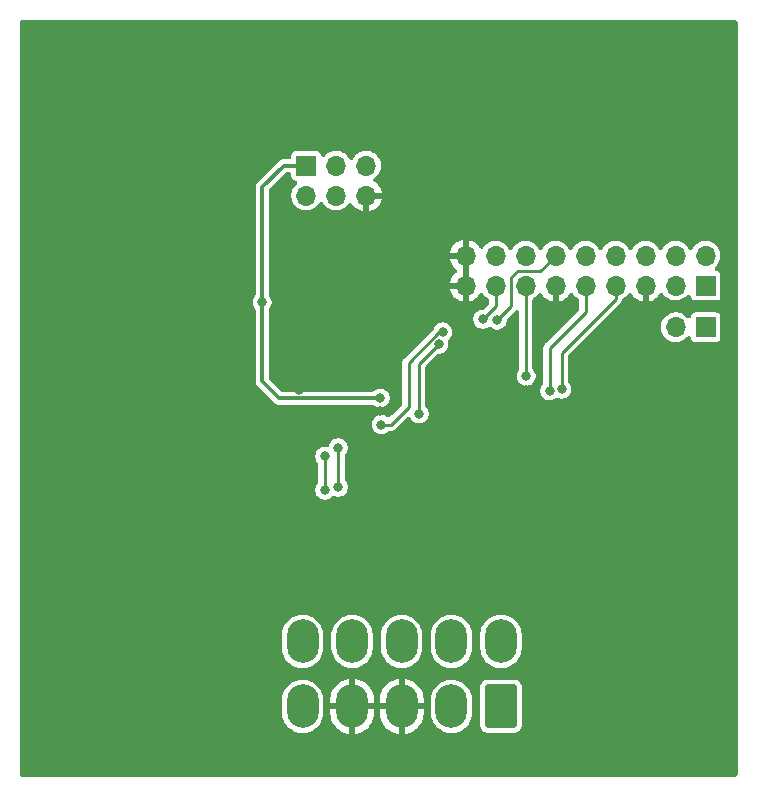
<source format=gbr>
G04 #@! TF.GenerationSoftware,KiCad,Pcbnew,9.0.0-rc2-6-ga1fa0bdb0b*
G04 #@! TF.CreationDate,2025-01-23T13:26:01+02:00*
G04 #@! TF.ProjectId,bk_can_bus_extension_v2,626b5f63-616e-45f6-9275-735f65787465,Rev 4*
G04 #@! TF.SameCoordinates,Original*
G04 #@! TF.FileFunction,Copper,L2,Bot*
G04 #@! TF.FilePolarity,Positive*
%FSLAX46Y46*%
G04 Gerber Fmt 4.6, Leading zero omitted, Abs format (unit mm)*
G04 Created by KiCad (PCBNEW 9.0.0-rc2-6-ga1fa0bdb0b) date 2025-01-23 13:26:01*
%MOMM*%
%LPD*%
G01*
G04 APERTURE LIST*
G04 Aperture macros list*
%AMRoundRect*
0 Rectangle with rounded corners*
0 $1 Rounding radius*
0 $2 $3 $4 $5 $6 $7 $8 $9 X,Y pos of 4 corners*
0 Add a 4 corners polygon primitive as box body*
4,1,4,$2,$3,$4,$5,$6,$7,$8,$9,$2,$3,0*
0 Add four circle primitives for the rounded corners*
1,1,$1+$1,$2,$3*
1,1,$1+$1,$4,$5*
1,1,$1+$1,$6,$7*
1,1,$1+$1,$8,$9*
0 Add four rect primitives between the rounded corners*
20,1,$1+$1,$2,$3,$4,$5,0*
20,1,$1+$1,$4,$5,$6,$7,0*
20,1,$1+$1,$6,$7,$8,$9,0*
20,1,$1+$1,$8,$9,$2,$3,0*%
G04 Aperture macros list end*
G04 #@! TA.AperFunction,ComponentPad*
%ADD10R,1.700000X1.700000*%
G04 #@! TD*
G04 #@! TA.AperFunction,ComponentPad*
%ADD11O,1.700000X1.700000*%
G04 #@! TD*
G04 #@! TA.AperFunction,ComponentPad*
%ADD12RoundRect,0.250001X1.099999X1.599999X-1.099999X1.599999X-1.099999X-1.599999X1.099999X-1.599999X0*%
G04 #@! TD*
G04 #@! TA.AperFunction,ComponentPad*
%ADD13O,2.700000X3.700000*%
G04 #@! TD*
G04 #@! TA.AperFunction,ViaPad*
%ADD14C,0.800000*%
G04 #@! TD*
G04 #@! TA.AperFunction,Conductor*
%ADD15C,0.254000*%
G04 #@! TD*
G04 #@! TA.AperFunction,Conductor*
%ADD16C,0.300000*%
G04 #@! TD*
G04 #@! TA.AperFunction,Conductor*
%ADD17C,0.250000*%
G04 #@! TD*
G04 APERTURE END LIST*
D10*
G04 #@! TO.P,J1,1,UART1_TX*
G04 #@! TO.N,/MCU/PIC_RX*
X189255000Y-93393000D03*
D11*
G04 #@! TO.P,J1,2,PA1*
G04 #@! TO.N,unconnected-(J1-PA1-Pad2)*
X189255000Y-90853000D03*
G04 #@! TO.P,J1,3,UART1_RX*
G04 #@! TO.N,/MCU/PIC_TX*
X186715000Y-93393000D03*
G04 #@! TO.P,J1,4,PC24*
G04 #@! TO.N,unconnected-(J1-PC24-Pad4)*
X186715000Y-90853000D03*
G04 #@! TO.P,J1,5,GND*
G04 #@! TO.N,GND*
X184175000Y-93393000D03*
G04 #@! TO.P,J1,6,PC14*
G04 #@! TO.N,unconnected-(J1-PC14-Pad6)*
X184175000Y-90853000D03*
G04 #@! TO.P,J1,7,UART0_RX*
G04 #@! TO.N,/UART0_RX*
X181635000Y-93393000D03*
G04 #@! TO.P,J1,8,PC13*
G04 #@! TO.N,unconnected-(J1-PC13-Pad8)*
X181635000Y-90853000D03*
G04 #@! TO.P,J1,9,UART0_TX*
G04 #@! TO.N,/UART0_TX*
X179095000Y-93393000D03*
G04 #@! TO.P,J1,10,PC15*
G04 #@! TO.N,unconnected-(J1-PC15-Pad10)*
X179095000Y-90853000D03*
G04 #@! TO.P,J1,11,GND*
G04 #@! TO.N,GND*
X176555000Y-93393000D03*
G04 #@! TO.P,J1,12,PA2*
G04 #@! TO.N,/MCU/PIC_PIN1*
X176555000Y-90853000D03*
G04 #@! TO.P,J1,13,PC11*
G04 #@! TO.N,/3V3_ON*
X174015000Y-93393000D03*
G04 #@! TO.P,J1,14,TWI_SCL*
G04 #@! TO.N,unconnected-(J1-TWI_SCL-Pad14)*
X174015000Y-90853000D03*
G04 #@! TO.P,J1,15,PC10*
G04 #@! TO.N,/MCU/PIC_PIN2*
X171475000Y-93393000D03*
G04 #@! TO.P,J1,16,TWI_SDA*
G04 #@! TO.N,unconnected-(J1-TWI_SDA-Pad16)*
X171475000Y-90853000D03*
G04 #@! TO.P,J1,17,GND*
G04 #@! TO.N,GND*
X168935000Y-93393000D03*
G04 #@! TO.P,J1,18,GND*
X168935000Y-90853000D03*
G04 #@! TD*
D10*
G04 #@! TO.P,J2,1,VSYS*
G04 #@! TO.N,+VSYS*
X189255000Y-96899000D03*
D11*
G04 #@! TO.P,J2,2,3.3V*
G04 #@! TO.N,Net-(J2-3.3V)*
X186715000Y-96899000D03*
G04 #@! TD*
D12*
G04 #@! TO.P,J3,1,Pin_1*
G04 #@! TO.N,unconnected-(J3-Pin_1-Pad1)*
X171925000Y-129000000D03*
D13*
G04 #@! TO.P,J3,2,Pin_2*
G04 #@! TO.N,unconnected-(J3-Pin_2-Pad2)*
X167725000Y-129000000D03*
G04 #@! TO.P,J3,3,Pin_3*
G04 #@! TO.N,GND*
X163525000Y-129000000D03*
G04 #@! TO.P,J3,4,Pin_4*
X159325000Y-129000000D03*
G04 #@! TO.P,J3,5,Pin_5*
G04 #@! TO.N,/CAN_N*
X155125000Y-129000000D03*
G04 #@! TO.P,J3,6,Pin_6*
G04 #@! TO.N,unconnected-(J3-Pin_6-Pad6)*
X171925000Y-123500000D03*
G04 #@! TO.P,J3,7,Pin_7*
G04 #@! TO.N,/SERIAL_RX*
X167725000Y-123500000D03*
G04 #@! TO.P,J3,8,Pin_8*
G04 #@! TO.N,/SERIAL_TX*
X163525000Y-123500000D03*
G04 #@! TO.P,J3,9,Pin_9*
G04 #@! TO.N,/OBD2_VIN*
X159325000Y-123500000D03*
G04 #@! TO.P,J3,10,Pin_10*
G04 #@! TO.N,/CAN_P*
X155125000Y-123500000D03*
G04 #@! TD*
D10*
G04 #@! TO.P,J4,1,Pin_1*
G04 #@! TO.N,+3V3*
X155425000Y-83225000D03*
D11*
G04 #@! TO.P,J4,2,Pin_2*
G04 #@! TO.N,unconnected-(J4-Pin_2-Pad2)*
X155425000Y-85765000D03*
G04 #@! TO.P,J4,3,Pin_3*
G04 #@! TO.N,/MCU/RESET*
X157965000Y-83225000D03*
G04 #@! TO.P,J4,4,Pin_4*
G04 #@! TO.N,/MCU/ICSP_DAT*
X157965000Y-85765000D03*
G04 #@! TO.P,J4,5,Pin_5*
G04 #@! TO.N,/MCU/ICSP_CLK*
X160505000Y-83225000D03*
G04 #@! TO.P,J4,6,Pin_6*
G04 #@! TO.N,GND*
X160505000Y-85765000D03*
G04 #@! TD*
D14*
G04 #@! TO.N,GND*
X191050000Y-110050000D03*
X149050000Y-72050000D03*
X157050000Y-72050000D03*
X141050000Y-81050000D03*
X155050000Y-134050000D03*
X191050000Y-112050000D03*
X147050000Y-72050000D03*
X161050000Y-72050000D03*
X132050000Y-126050000D03*
X149800000Y-122700000D03*
X182525000Y-96325000D03*
X132050000Y-118050000D03*
X143050000Y-72050000D03*
X132050000Y-82050000D03*
X175050000Y-134050000D03*
X178125000Y-103225000D03*
X132050000Y-96050000D03*
X132050000Y-100050000D03*
X157900000Y-120300000D03*
X151050000Y-72050000D03*
X166350000Y-105400000D03*
X187050000Y-134050000D03*
X146300000Y-123075000D03*
X135050000Y-134050000D03*
X173125000Y-105075000D03*
X191050000Y-134050000D03*
X157900000Y-91400000D03*
X182625000Y-101800000D03*
X157150000Y-113350000D03*
X154800000Y-102200000D03*
X176325000Y-96350000D03*
X163050000Y-134050000D03*
X173050000Y-134050000D03*
X184050000Y-121050000D03*
X159050000Y-134050000D03*
X163800000Y-110750000D03*
X159000000Y-101800000D03*
X191050000Y-116050000D03*
X132050000Y-130050000D03*
X132050000Y-108050000D03*
X147050000Y-134050000D03*
X132050000Y-72050000D03*
X150200000Y-112050000D03*
X171050000Y-134050000D03*
X132050000Y-128050000D03*
X167050000Y-134050000D03*
X169050000Y-72050000D03*
X132050000Y-80050000D03*
X175050000Y-72050000D03*
X132050000Y-74050000D03*
X158150000Y-97250000D03*
X166650000Y-115550000D03*
X181050000Y-113050000D03*
X138050000Y-96050000D03*
X144050000Y-77050000D03*
X157050000Y-134050000D03*
X149870000Y-99990000D03*
X191050000Y-118050000D03*
X150325000Y-94750000D03*
X132050000Y-98050000D03*
X191050000Y-124050000D03*
X179050000Y-72050000D03*
X191050000Y-79050000D03*
X172050000Y-85050000D03*
X163050000Y-72050000D03*
X151450000Y-119600000D03*
X181050000Y-134050000D03*
X132050000Y-92050000D03*
X150750000Y-110600000D03*
X178050000Y-113050000D03*
X165050000Y-72050000D03*
X132050000Y-112050000D03*
X159025000Y-105875000D03*
X191050000Y-104050000D03*
X176125000Y-106675000D03*
X145540000Y-104540000D03*
X151900000Y-106270000D03*
X165050000Y-134050000D03*
X132050000Y-102050000D03*
X138050000Y-100050000D03*
X144050000Y-81050000D03*
X181050000Y-117050000D03*
X145510000Y-102920000D03*
X152750000Y-124150000D03*
X154500000Y-98650000D03*
X168350000Y-105850000D03*
X161050000Y-134050000D03*
X132050000Y-86050000D03*
X153300000Y-110650000D03*
X151050000Y-134050000D03*
X182525000Y-97825000D03*
X178300000Y-102325000D03*
X152775000Y-100700000D03*
X172100000Y-110425000D03*
X185050000Y-134050000D03*
X138050000Y-77050000D03*
X178050000Y-121050000D03*
X191050000Y-108050000D03*
X148200000Y-99970000D03*
X147650000Y-127950000D03*
X141050000Y-96050000D03*
X183800000Y-101325000D03*
X159700000Y-94950000D03*
X191050000Y-85050000D03*
X138050000Y-85050000D03*
X162425000Y-95775000D03*
X139050000Y-72050000D03*
X174875000Y-103350000D03*
X153350000Y-94950000D03*
X141050000Y-134050000D03*
X163800000Y-94050000D03*
X177050000Y-72050000D03*
X159850000Y-110750000D03*
X163900000Y-86950000D03*
X184025000Y-97850000D03*
X191050000Y-128050000D03*
X132050000Y-124050000D03*
X170350000Y-112150000D03*
X150100000Y-113650000D03*
X144050000Y-100050000D03*
X144050000Y-96050000D03*
X159100000Y-89550000D03*
X184050000Y-117050000D03*
X132050000Y-78050000D03*
X144050000Y-85050000D03*
X154500000Y-112850000D03*
X132050000Y-90050000D03*
X153050000Y-72050000D03*
X161650000Y-104000000D03*
X167450000Y-110750000D03*
X191050000Y-114050000D03*
X191050000Y-75050000D03*
X183050000Y-72050000D03*
X154275000Y-104575000D03*
X191050000Y-126050000D03*
X175050000Y-81050000D03*
X149450000Y-123850000D03*
X132050000Y-88050000D03*
X141050000Y-72050000D03*
X132050000Y-104050000D03*
X132050000Y-84050000D03*
X178050000Y-117050000D03*
X145050000Y-134050000D03*
X132050000Y-106050000D03*
X166625000Y-96000000D03*
X178050000Y-85050000D03*
X181050000Y-121050000D03*
X191050000Y-132050000D03*
X191050000Y-102050000D03*
X191050000Y-77050000D03*
X132050000Y-120050000D03*
X191050000Y-87050000D03*
X139050000Y-134050000D03*
X169050000Y-134050000D03*
X146250000Y-125550000D03*
X141050000Y-104050000D03*
X171050000Y-72050000D03*
X137050000Y-72050000D03*
X141050000Y-85050000D03*
X159050000Y-72050000D03*
X172050000Y-81050000D03*
X137050000Y-134050000D03*
X159125000Y-100050000D03*
X184000000Y-96350000D03*
X185050000Y-72050000D03*
X171275000Y-106750000D03*
X161675000Y-98575000D03*
X191050000Y-120050000D03*
X132050000Y-116050000D03*
X175050000Y-85050000D03*
X147530000Y-107180000D03*
X152450000Y-112600000D03*
X153050000Y-134050000D03*
X181050000Y-72050000D03*
X191050000Y-122050000D03*
X145050000Y-72050000D03*
X174025000Y-102250000D03*
X173050000Y-72050000D03*
X149050000Y-134050000D03*
X184050000Y-113050000D03*
X143050000Y-134050000D03*
X179050000Y-134050000D03*
X172150000Y-98025000D03*
X151400000Y-118000000D03*
X177050000Y-134050000D03*
X175025000Y-97950000D03*
X191050000Y-89050000D03*
X152650000Y-114850000D03*
X155725000Y-107500000D03*
X191050000Y-106050000D03*
X132050000Y-76050000D03*
X132050000Y-114050000D03*
X154550000Y-100250000D03*
X155750000Y-114900000D03*
X191050000Y-83050000D03*
X135050000Y-72050000D03*
X141050000Y-77050000D03*
X132050000Y-122050000D03*
X189050000Y-134050000D03*
X132050000Y-94050000D03*
X155050000Y-72050000D03*
X141050000Y-100050000D03*
X151400000Y-121500000D03*
X167050000Y-72050000D03*
X138050000Y-104050000D03*
X183050000Y-134050000D03*
X138050000Y-81050000D03*
X191050000Y-130050000D03*
X173775000Y-109100000D03*
X191050000Y-100050000D03*
X182900000Y-102800000D03*
X191050000Y-81050000D03*
X154150000Y-116450000D03*
X178050000Y-81050000D03*
X159350000Y-114050000D03*
X132050000Y-110050000D03*
X157900000Y-118050000D03*
X187050000Y-72050000D03*
X151425000Y-128350000D03*
X175325000Y-96350000D03*
X172875000Y-96600000D03*
X155600000Y-110600000D03*
G04 #@! TO.N,/UART0_RX*
X177050000Y-102150000D03*
G04 #@! TO.N,/UART0_TX*
X176050000Y-102300000D03*
G04 #@! TO.N,+3V3*
X151700000Y-94800000D03*
X161700000Y-102900000D03*
G04 #@! TO.N,/MCU/PIC_TX*
X161800000Y-105150000D03*
X167000000Y-97300000D03*
G04 #@! TO.N,/MCU/PIC_RX*
X166650000Y-98350000D03*
X165000000Y-104250000D03*
G04 #@! TO.N,/3V3_ON*
X174050000Y-101050000D03*
G04 #@! TO.N,/OBD2_MEAS*
X158150000Y-110450000D03*
X158150000Y-107100000D03*
G04 #@! TO.N,/MCU/CAN_TX*
X157000000Y-110700000D03*
X157000000Y-107850000D03*
G04 #@! TO.N,/MCU/PIC_PIN2*
X170380000Y-96230000D03*
G04 #@! TO.N,/MCU/PIC_PIN1*
X171620000Y-96300000D03*
G04 #@! TD*
D15*
G04 #@! TO.N,/UART0_RX*
X177050000Y-99080000D02*
X181635000Y-94495000D01*
X181635000Y-94495000D02*
X181635000Y-93393000D01*
X177050000Y-100800000D02*
X177050000Y-100100000D01*
X177050000Y-100800000D02*
X177050000Y-102150000D01*
X177050000Y-100100000D02*
X177050000Y-100085000D01*
X177050000Y-100100000D02*
X177050000Y-99080000D01*
G04 #@! TO.N,/UART0_TX*
X176050000Y-102300000D02*
X176050000Y-98650000D01*
X176050000Y-98650000D02*
X179095000Y-95605000D01*
X179095000Y-95605000D02*
X179095000Y-93393000D01*
D16*
G04 #@! TO.N,+3V3*
X157650000Y-102900000D02*
X153100000Y-102900000D01*
X153525000Y-83225000D02*
X151700000Y-85050000D01*
X151700000Y-101500000D02*
X151700000Y-99800000D01*
X151700000Y-94800000D02*
X151700000Y-85050000D01*
X161700000Y-102900000D02*
X157650000Y-102900000D01*
X157650000Y-102900000D02*
X154800000Y-102900000D01*
X153100000Y-102900000D02*
X151700000Y-101500000D01*
X151700000Y-99800000D02*
X151700000Y-94800000D01*
X155425000Y-83225000D02*
X153525000Y-83225000D01*
D15*
G04 #@! TO.N,/MCU/PIC_TX*
X162600000Y-105150000D02*
X163000000Y-104750000D01*
X166700000Y-97300000D02*
X164100000Y-99900000D01*
X161800000Y-105150000D02*
X162600000Y-105150000D01*
X167000000Y-97300000D02*
X166700000Y-97300000D01*
X164100000Y-99900000D02*
X164100000Y-103650000D01*
X164100000Y-103650000D02*
X163000000Y-104750000D01*
G04 #@! TO.N,/MCU/PIC_RX*
X165000000Y-100000000D02*
X166650000Y-98350000D01*
X165000000Y-104250000D02*
X165000000Y-100000000D01*
G04 #@! TO.N,/3V3_ON*
X174015000Y-101015000D02*
X174015000Y-93393000D01*
X174050000Y-101050000D02*
X174015000Y-101015000D01*
X174015000Y-93393000D02*
X174015000Y-98815000D01*
G04 #@! TO.N,/OBD2_MEAS*
X158150000Y-110450000D02*
X158150000Y-107100000D01*
G04 #@! TO.N,/MCU/CAN_TX*
X157000000Y-110700000D02*
X157000000Y-107850000D01*
D17*
G04 #@! TO.N,/MCU/PIC_PIN2*
X171475000Y-95135000D02*
X171475000Y-93393000D01*
X170380000Y-96230000D02*
X171475000Y-95135000D01*
G04 #@! TO.N,/MCU/PIC_PIN1*
X173340000Y-92140000D02*
X175268000Y-92140000D01*
X172790000Y-95130000D02*
X172790000Y-92690000D01*
X171620000Y-96300000D02*
X172790000Y-95130000D01*
X172790000Y-92690000D02*
X173340000Y-92140000D01*
X175268000Y-92140000D02*
X176555000Y-90853000D01*
G04 #@! TD*
G04 #@! TA.AperFunction,Conductor*
G04 #@! TO.N,GND*
G36*
X169189000Y-92962297D02*
G01*
X169127993Y-92927075D01*
X169000826Y-92893000D01*
X168869174Y-92893000D01*
X168742007Y-92927075D01*
X168681000Y-92962297D01*
X168681000Y-91283702D01*
X168742007Y-91318925D01*
X168869174Y-91353000D01*
X169000826Y-91353000D01*
X169127993Y-91318925D01*
X169189000Y-91283702D01*
X169189000Y-92962297D01*
G37*
G04 #@! TD.AperFunction*
G04 #@! TA.AperFunction,Conductor*
G36*
X191854543Y-70934707D02*
G01*
X191923784Y-70989926D01*
X191962211Y-71069718D01*
X191967200Y-71114000D01*
X191967200Y-134749400D01*
X191947493Y-134835743D01*
X191892274Y-134904984D01*
X191812482Y-134943411D01*
X191768200Y-134948400D01*
X131358600Y-134948400D01*
X131272257Y-134928693D01*
X131203016Y-134873474D01*
X131164589Y-134793682D01*
X131159600Y-134749400D01*
X131159600Y-128385258D01*
X153374500Y-128385258D01*
X153374500Y-129614741D01*
X153404451Y-129842235D01*
X153404451Y-129842236D01*
X153463839Y-130063879D01*
X153463843Y-130063889D01*
X153551654Y-130275883D01*
X153551658Y-130275892D01*
X153666382Y-130474603D01*
X153666385Y-130474606D01*
X153666387Y-130474608D01*
X153666389Y-130474612D01*
X153712313Y-130534461D01*
X153806084Y-130656665D01*
X153968334Y-130818915D01*
X153968338Y-130818918D01*
X153968339Y-130818919D01*
X154150388Y-130958611D01*
X154150392Y-130958613D01*
X154150393Y-130958614D01*
X154150396Y-130958617D01*
X154305540Y-131048188D01*
X154349112Y-131073344D01*
X154561113Y-131161158D01*
X154782762Y-131220548D01*
X154971996Y-131245461D01*
X155010258Y-131250499D01*
X155010264Y-131250500D01*
X155010266Y-131250500D01*
X155239736Y-131250500D01*
X155239739Y-131250499D01*
X155467238Y-131220548D01*
X155688887Y-131161158D01*
X155900888Y-131073344D01*
X155992717Y-131020326D01*
X156099603Y-130958617D01*
X156099604Y-130958615D01*
X156099612Y-130958611D01*
X156281661Y-130818919D01*
X156281665Y-130818915D01*
X156281669Y-130818912D01*
X156443912Y-130656669D01*
X156443915Y-130656665D01*
X156443919Y-130656661D01*
X156583611Y-130474612D01*
X156583615Y-130474604D01*
X156583617Y-130474603D01*
X156645326Y-130367717D01*
X156698344Y-130275888D01*
X156786158Y-130063887D01*
X156845548Y-129842238D01*
X156875500Y-129614734D01*
X156875500Y-128385266D01*
X156874571Y-128378212D01*
X157467000Y-128378212D01*
X157467000Y-128746000D01*
X158457891Y-128746000D01*
X158425000Y-128911358D01*
X158425000Y-129088642D01*
X158457891Y-129254000D01*
X157467000Y-129254000D01*
X157467000Y-129621787D01*
X157498789Y-129863248D01*
X157498792Y-129863261D01*
X157561825Y-130098507D01*
X157561829Y-130098519D01*
X157655037Y-130323541D01*
X157776811Y-130534461D01*
X157925087Y-130727697D01*
X158097302Y-130899912D01*
X158290538Y-131048188D01*
X158501458Y-131169962D01*
X158726480Y-131263170D01*
X158726489Y-131263173D01*
X158961732Y-131326206D01*
X159071000Y-131340591D01*
X159071000Y-129867108D01*
X159236358Y-129900000D01*
X159413642Y-129900000D01*
X159579000Y-129867108D01*
X159579000Y-131340591D01*
X159688267Y-131326206D01*
X159923510Y-131263173D01*
X159923519Y-131263170D01*
X160148541Y-131169962D01*
X160359461Y-131048188D01*
X160552697Y-130899912D01*
X160552701Y-130899909D01*
X160724909Y-130727701D01*
X160724912Y-130727697D01*
X160873188Y-130534461D01*
X160994962Y-130323541D01*
X161088170Y-130098519D01*
X161088174Y-130098507D01*
X161151207Y-129863261D01*
X161151210Y-129863248D01*
X161182999Y-129621787D01*
X161183000Y-129621782D01*
X161183000Y-129254000D01*
X160192109Y-129254000D01*
X160225000Y-129088642D01*
X160225000Y-128911358D01*
X160192109Y-128746000D01*
X161183000Y-128746000D01*
X161183000Y-128378217D01*
X161182999Y-128378212D01*
X161667000Y-128378212D01*
X161667000Y-128746000D01*
X162657891Y-128746000D01*
X162625000Y-128911358D01*
X162625000Y-129088642D01*
X162657891Y-129254000D01*
X161667000Y-129254000D01*
X161667000Y-129621787D01*
X161698789Y-129863248D01*
X161698792Y-129863261D01*
X161761825Y-130098507D01*
X161761829Y-130098519D01*
X161855037Y-130323541D01*
X161976811Y-130534461D01*
X162125087Y-130727697D01*
X162297302Y-130899912D01*
X162490538Y-131048188D01*
X162701458Y-131169962D01*
X162926480Y-131263170D01*
X162926489Y-131263173D01*
X163161732Y-131326206D01*
X163271000Y-131340591D01*
X163271000Y-129867108D01*
X163436358Y-129900000D01*
X163613642Y-129900000D01*
X163779000Y-129867108D01*
X163779000Y-131340591D01*
X163888267Y-131326206D01*
X164123510Y-131263173D01*
X164123519Y-131263170D01*
X164348541Y-131169962D01*
X164559461Y-131048188D01*
X164752697Y-130899912D01*
X164752701Y-130899909D01*
X164924909Y-130727701D01*
X164924912Y-130727697D01*
X165073188Y-130534461D01*
X165194962Y-130323541D01*
X165288170Y-130098519D01*
X165288174Y-130098507D01*
X165351207Y-129863261D01*
X165351210Y-129863248D01*
X165382999Y-129621787D01*
X165383000Y-129621782D01*
X165383000Y-129254000D01*
X164392109Y-129254000D01*
X164425000Y-129088642D01*
X164425000Y-128911358D01*
X164392109Y-128746000D01*
X165383000Y-128746000D01*
X165383000Y-128385258D01*
X165974500Y-128385258D01*
X165974500Y-129614741D01*
X166004451Y-129842235D01*
X166004451Y-129842236D01*
X166063839Y-130063879D01*
X166063843Y-130063889D01*
X166151654Y-130275883D01*
X166151658Y-130275892D01*
X166266382Y-130474603D01*
X166266385Y-130474606D01*
X166266387Y-130474608D01*
X166266389Y-130474612D01*
X166312313Y-130534461D01*
X166406084Y-130656665D01*
X166568334Y-130818915D01*
X166568338Y-130818918D01*
X166568339Y-130818919D01*
X166750388Y-130958611D01*
X166750392Y-130958613D01*
X166750393Y-130958614D01*
X166750396Y-130958617D01*
X166905540Y-131048188D01*
X166949112Y-131073344D01*
X167161113Y-131161158D01*
X167382762Y-131220548D01*
X167571996Y-131245461D01*
X167610258Y-131250499D01*
X167610264Y-131250500D01*
X167610266Y-131250500D01*
X167839736Y-131250500D01*
X167839739Y-131250499D01*
X168067238Y-131220548D01*
X168288887Y-131161158D01*
X168500888Y-131073344D01*
X168592717Y-131020326D01*
X168699603Y-130958617D01*
X168699604Y-130958615D01*
X168699612Y-130958611D01*
X168881661Y-130818919D01*
X168881665Y-130818915D01*
X168881669Y-130818912D01*
X169043912Y-130656669D01*
X169043915Y-130656665D01*
X169043919Y-130656661D01*
X169183611Y-130474612D01*
X169183615Y-130474604D01*
X169183617Y-130474603D01*
X169245326Y-130367717D01*
X169298344Y-130275888D01*
X169386158Y-130063887D01*
X169445548Y-129842238D01*
X169475500Y-129614734D01*
X169475500Y-128385266D01*
X169445548Y-128157762D01*
X169386158Y-127936113D01*
X169298344Y-127724112D01*
X169270831Y-127676458D01*
X169183617Y-127525396D01*
X169183614Y-127525393D01*
X169183613Y-127525392D01*
X169183611Y-127525388D01*
X169043919Y-127343339D01*
X169043918Y-127343338D01*
X169043915Y-127343334D01*
X169034892Y-127334311D01*
X170174500Y-127334311D01*
X170174500Y-130665688D01*
X170177402Y-130702569D01*
X170223256Y-130860397D01*
X170306917Y-131001862D01*
X170423137Y-131118082D01*
X170493869Y-131159912D01*
X170564603Y-131201744D01*
X170722431Y-131247598D01*
X170759306Y-131250500D01*
X170759311Y-131250500D01*
X173090689Y-131250500D01*
X173090694Y-131250500D01*
X173127569Y-131247598D01*
X173285397Y-131201744D01*
X173426864Y-131118081D01*
X173543081Y-131001864D01*
X173626744Y-130860397D01*
X173672598Y-130702569D01*
X173675500Y-130665694D01*
X173675500Y-127334306D01*
X173672598Y-127297431D01*
X173626744Y-127139603D01*
X173543081Y-126998136D01*
X173426864Y-126881919D01*
X173426862Y-126881917D01*
X173285397Y-126798256D01*
X173127569Y-126752402D01*
X173090694Y-126749500D01*
X170759306Y-126749500D01*
X170728576Y-126751918D01*
X170722430Y-126752402D01*
X170564602Y-126798256D01*
X170423137Y-126881917D01*
X170306917Y-126998137D01*
X170223256Y-127139602D01*
X170177402Y-127297430D01*
X170174500Y-127334311D01*
X169034892Y-127334311D01*
X168881665Y-127181084D01*
X168776108Y-127100087D01*
X168699612Y-127041389D01*
X168699608Y-127041387D01*
X168699606Y-127041385D01*
X168699603Y-127041382D01*
X168500892Y-126926658D01*
X168500883Y-126926654D01*
X168288887Y-126838842D01*
X168288885Y-126838841D01*
X168288879Y-126838839D01*
X168067235Y-126779451D01*
X167839741Y-126749500D01*
X167839734Y-126749500D01*
X167610266Y-126749500D01*
X167610258Y-126749500D01*
X167382764Y-126779451D01*
X167382763Y-126779451D01*
X167161120Y-126838839D01*
X167161110Y-126838843D01*
X166949116Y-126926654D01*
X166949107Y-126926658D01*
X166750396Y-127041382D01*
X166750393Y-127041385D01*
X166568334Y-127181084D01*
X166568331Y-127181088D01*
X166406088Y-127343331D01*
X166406084Y-127343334D01*
X166266385Y-127525393D01*
X166266382Y-127525396D01*
X166151658Y-127724107D01*
X166151654Y-127724116D01*
X166063843Y-127936110D01*
X166063839Y-127936120D01*
X166004451Y-128157763D01*
X166004451Y-128157764D01*
X165974500Y-128385258D01*
X165383000Y-128385258D01*
X165383000Y-128378217D01*
X165382999Y-128378212D01*
X165351210Y-128136751D01*
X165351207Y-128136738D01*
X165288174Y-127901492D01*
X165288170Y-127901480D01*
X165194962Y-127676458D01*
X165073188Y-127465538D01*
X164924912Y-127272302D01*
X164752697Y-127100087D01*
X164559461Y-126951811D01*
X164348541Y-126830037D01*
X164123519Y-126736829D01*
X164123507Y-126736825D01*
X163888254Y-126673790D01*
X163888255Y-126673790D01*
X163779000Y-126659406D01*
X163779000Y-128132891D01*
X163613642Y-128100000D01*
X163436358Y-128100000D01*
X163271000Y-128132891D01*
X163271000Y-126659406D01*
X163270999Y-126659406D01*
X163161745Y-126673790D01*
X162926492Y-126736825D01*
X162926480Y-126736829D01*
X162701458Y-126830037D01*
X162490538Y-126951811D01*
X162297302Y-127100087D01*
X162297299Y-127100091D01*
X162125091Y-127272299D01*
X162125087Y-127272302D01*
X161976811Y-127465538D01*
X161855037Y-127676458D01*
X161761829Y-127901480D01*
X161761825Y-127901492D01*
X161698792Y-128136738D01*
X161698789Y-128136751D01*
X161667000Y-128378212D01*
X161182999Y-128378212D01*
X161151210Y-128136751D01*
X161151207Y-128136738D01*
X161088174Y-127901492D01*
X161088170Y-127901480D01*
X160994962Y-127676458D01*
X160873188Y-127465538D01*
X160724912Y-127272302D01*
X160552697Y-127100087D01*
X160359461Y-126951811D01*
X160148541Y-126830037D01*
X159923519Y-126736829D01*
X159923507Y-126736825D01*
X159688254Y-126673790D01*
X159688255Y-126673790D01*
X159579000Y-126659406D01*
X159579000Y-128132891D01*
X159413642Y-128100000D01*
X159236358Y-128100000D01*
X159071000Y-128132891D01*
X159071000Y-126659406D01*
X159070999Y-126659406D01*
X158961745Y-126673790D01*
X158726492Y-126736825D01*
X158726480Y-126736829D01*
X158501458Y-126830037D01*
X158290538Y-126951811D01*
X158097302Y-127100087D01*
X158097299Y-127100091D01*
X157925091Y-127272299D01*
X157925087Y-127272302D01*
X157776811Y-127465538D01*
X157655037Y-127676458D01*
X157561829Y-127901480D01*
X157561825Y-127901492D01*
X157498792Y-128136738D01*
X157498789Y-128136751D01*
X157467000Y-128378212D01*
X156874571Y-128378212D01*
X156845548Y-128157764D01*
X156845548Y-128157763D01*
X156839914Y-128136738D01*
X156786158Y-127936113D01*
X156698344Y-127724112D01*
X156670831Y-127676458D01*
X156583617Y-127525396D01*
X156583614Y-127525393D01*
X156583613Y-127525392D01*
X156583611Y-127525388D01*
X156443919Y-127343339D01*
X156443918Y-127343338D01*
X156443915Y-127343334D01*
X156281665Y-127181084D01*
X156176108Y-127100087D01*
X156099612Y-127041389D01*
X156099608Y-127041387D01*
X156099606Y-127041385D01*
X156099603Y-127041382D01*
X155900892Y-126926658D01*
X155900883Y-126926654D01*
X155688887Y-126838842D01*
X155688885Y-126838841D01*
X155688879Y-126838839D01*
X155467235Y-126779451D01*
X155239741Y-126749500D01*
X155239734Y-126749500D01*
X155010266Y-126749500D01*
X155010258Y-126749500D01*
X154782764Y-126779451D01*
X154782763Y-126779451D01*
X154561120Y-126838839D01*
X154561110Y-126838843D01*
X154349116Y-126926654D01*
X154349107Y-126926658D01*
X154150396Y-127041382D01*
X154150393Y-127041385D01*
X153968334Y-127181084D01*
X153968331Y-127181088D01*
X153806088Y-127343331D01*
X153806084Y-127343334D01*
X153666385Y-127525393D01*
X153666382Y-127525396D01*
X153551658Y-127724107D01*
X153551654Y-127724116D01*
X153463843Y-127936110D01*
X153463839Y-127936120D01*
X153404451Y-128157763D01*
X153404451Y-128157764D01*
X153374500Y-128385258D01*
X131159600Y-128385258D01*
X131159600Y-122885258D01*
X153374500Y-122885258D01*
X153374500Y-124114741D01*
X153404451Y-124342235D01*
X153404451Y-124342236D01*
X153463839Y-124563879D01*
X153463843Y-124563889D01*
X153551654Y-124775883D01*
X153551658Y-124775892D01*
X153666382Y-124974603D01*
X153666385Y-124974606D01*
X153666387Y-124974608D01*
X153666389Y-124974612D01*
X153791700Y-125137919D01*
X153806084Y-125156665D01*
X153968334Y-125318915D01*
X153968338Y-125318918D01*
X153968339Y-125318919D01*
X154150388Y-125458611D01*
X154150392Y-125458613D01*
X154150393Y-125458614D01*
X154150396Y-125458617D01*
X154334047Y-125564646D01*
X154349112Y-125573344D01*
X154561113Y-125661158D01*
X154782762Y-125720548D01*
X154971996Y-125745461D01*
X155010258Y-125750499D01*
X155010264Y-125750500D01*
X155010266Y-125750500D01*
X155239736Y-125750500D01*
X155239739Y-125750499D01*
X155467238Y-125720548D01*
X155688887Y-125661158D01*
X155900888Y-125573344D01*
X155992717Y-125520326D01*
X156099603Y-125458617D01*
X156099604Y-125458615D01*
X156099612Y-125458611D01*
X156281661Y-125318919D01*
X156281665Y-125318915D01*
X156281669Y-125318912D01*
X156443912Y-125156669D01*
X156443915Y-125156665D01*
X156443919Y-125156661D01*
X156583611Y-124974612D01*
X156583615Y-124974604D01*
X156583617Y-124974603D01*
X156645326Y-124867717D01*
X156698344Y-124775888D01*
X156786158Y-124563887D01*
X156845548Y-124342238D01*
X156875500Y-124114734D01*
X156875500Y-122885266D01*
X156875499Y-122885258D01*
X157574500Y-122885258D01*
X157574500Y-124114741D01*
X157604451Y-124342235D01*
X157604451Y-124342236D01*
X157663839Y-124563879D01*
X157663843Y-124563889D01*
X157751654Y-124775883D01*
X157751658Y-124775892D01*
X157866382Y-124974603D01*
X157866385Y-124974606D01*
X157866387Y-124974608D01*
X157866389Y-124974612D01*
X157991700Y-125137919D01*
X158006084Y-125156665D01*
X158168334Y-125318915D01*
X158168338Y-125318918D01*
X158168339Y-125318919D01*
X158350388Y-125458611D01*
X158350392Y-125458613D01*
X158350393Y-125458614D01*
X158350396Y-125458617D01*
X158534047Y-125564646D01*
X158549112Y-125573344D01*
X158761113Y-125661158D01*
X158982762Y-125720548D01*
X159171996Y-125745461D01*
X159210258Y-125750499D01*
X159210264Y-125750500D01*
X159210266Y-125750500D01*
X159439736Y-125750500D01*
X159439739Y-125750499D01*
X159667238Y-125720548D01*
X159888887Y-125661158D01*
X160100888Y-125573344D01*
X160192717Y-125520326D01*
X160299603Y-125458617D01*
X160299604Y-125458615D01*
X160299612Y-125458611D01*
X160481661Y-125318919D01*
X160481665Y-125318915D01*
X160481669Y-125318912D01*
X160643912Y-125156669D01*
X160643915Y-125156665D01*
X160643919Y-125156661D01*
X160783611Y-124974612D01*
X160783615Y-124974604D01*
X160783617Y-124974603D01*
X160845326Y-124867717D01*
X160898344Y-124775888D01*
X160986158Y-124563887D01*
X161045548Y-124342238D01*
X161075500Y-124114734D01*
X161075500Y-122885266D01*
X161075499Y-122885258D01*
X161774500Y-122885258D01*
X161774500Y-124114741D01*
X161804451Y-124342235D01*
X161804451Y-124342236D01*
X161863839Y-124563879D01*
X161863843Y-124563889D01*
X161951654Y-124775883D01*
X161951658Y-124775892D01*
X162066382Y-124974603D01*
X162066385Y-124974606D01*
X162066387Y-124974608D01*
X162066389Y-124974612D01*
X162191700Y-125137919D01*
X162206084Y-125156665D01*
X162368334Y-125318915D01*
X162368338Y-125318918D01*
X162368339Y-125318919D01*
X162550388Y-125458611D01*
X162550392Y-125458613D01*
X162550393Y-125458614D01*
X162550396Y-125458617D01*
X162734047Y-125564646D01*
X162749112Y-125573344D01*
X162961113Y-125661158D01*
X163182762Y-125720548D01*
X163371996Y-125745461D01*
X163410258Y-125750499D01*
X163410264Y-125750500D01*
X163410266Y-125750500D01*
X163639736Y-125750500D01*
X163639739Y-125750499D01*
X163867238Y-125720548D01*
X164088887Y-125661158D01*
X164300888Y-125573344D01*
X164392717Y-125520326D01*
X164499603Y-125458617D01*
X164499604Y-125458615D01*
X164499612Y-125458611D01*
X164681661Y-125318919D01*
X164681665Y-125318915D01*
X164681669Y-125318912D01*
X164843912Y-125156669D01*
X164843915Y-125156665D01*
X164843919Y-125156661D01*
X164983611Y-124974612D01*
X164983615Y-124974604D01*
X164983617Y-124974603D01*
X165045326Y-124867717D01*
X165098344Y-124775888D01*
X165186158Y-124563887D01*
X165245548Y-124342238D01*
X165275500Y-124114734D01*
X165275500Y-122885266D01*
X165275499Y-122885258D01*
X165974500Y-122885258D01*
X165974500Y-124114741D01*
X166004451Y-124342235D01*
X166004451Y-124342236D01*
X166063839Y-124563879D01*
X166063843Y-124563889D01*
X166151654Y-124775883D01*
X166151658Y-124775892D01*
X166266382Y-124974603D01*
X166266385Y-124974606D01*
X166266387Y-124974608D01*
X166266389Y-124974612D01*
X166391700Y-125137919D01*
X166406084Y-125156665D01*
X166568334Y-125318915D01*
X166568338Y-125318918D01*
X166568339Y-125318919D01*
X166750388Y-125458611D01*
X166750392Y-125458613D01*
X166750393Y-125458614D01*
X166750396Y-125458617D01*
X166934047Y-125564646D01*
X166949112Y-125573344D01*
X167161113Y-125661158D01*
X167382762Y-125720548D01*
X167571996Y-125745461D01*
X167610258Y-125750499D01*
X167610264Y-125750500D01*
X167610266Y-125750500D01*
X167839736Y-125750500D01*
X167839739Y-125750499D01*
X168067238Y-125720548D01*
X168288887Y-125661158D01*
X168500888Y-125573344D01*
X168592717Y-125520326D01*
X168699603Y-125458617D01*
X168699604Y-125458615D01*
X168699612Y-125458611D01*
X168881661Y-125318919D01*
X168881665Y-125318915D01*
X168881669Y-125318912D01*
X169043912Y-125156669D01*
X169043915Y-125156665D01*
X169043919Y-125156661D01*
X169183611Y-124974612D01*
X169183615Y-124974604D01*
X169183617Y-124974603D01*
X169245326Y-124867717D01*
X169298344Y-124775888D01*
X169386158Y-124563887D01*
X169445548Y-124342238D01*
X169475500Y-124114734D01*
X169475500Y-122885266D01*
X169475499Y-122885258D01*
X170174500Y-122885258D01*
X170174500Y-124114741D01*
X170204451Y-124342235D01*
X170204451Y-124342236D01*
X170263839Y-124563879D01*
X170263843Y-124563889D01*
X170351654Y-124775883D01*
X170351658Y-124775892D01*
X170466382Y-124974603D01*
X170466385Y-124974606D01*
X170466387Y-124974608D01*
X170466389Y-124974612D01*
X170591700Y-125137919D01*
X170606084Y-125156665D01*
X170768334Y-125318915D01*
X170768338Y-125318918D01*
X170768339Y-125318919D01*
X170950388Y-125458611D01*
X170950392Y-125458613D01*
X170950393Y-125458614D01*
X170950396Y-125458617D01*
X171134047Y-125564646D01*
X171149112Y-125573344D01*
X171361113Y-125661158D01*
X171582762Y-125720548D01*
X171771996Y-125745461D01*
X171810258Y-125750499D01*
X171810264Y-125750500D01*
X171810266Y-125750500D01*
X172039736Y-125750500D01*
X172039739Y-125750499D01*
X172267238Y-125720548D01*
X172488887Y-125661158D01*
X172700888Y-125573344D01*
X172792717Y-125520326D01*
X172899603Y-125458617D01*
X172899604Y-125458615D01*
X172899612Y-125458611D01*
X173081661Y-125318919D01*
X173081665Y-125318915D01*
X173081669Y-125318912D01*
X173243912Y-125156669D01*
X173243915Y-125156665D01*
X173243919Y-125156661D01*
X173383611Y-124974612D01*
X173383615Y-124974604D01*
X173383617Y-124974603D01*
X173445326Y-124867717D01*
X173498344Y-124775888D01*
X173586158Y-124563887D01*
X173645548Y-124342238D01*
X173675500Y-124114734D01*
X173675500Y-122885266D01*
X173645548Y-122657762D01*
X173586158Y-122436113D01*
X173498344Y-122224112D01*
X173489646Y-122209047D01*
X173383617Y-122025396D01*
X173383614Y-122025393D01*
X173383613Y-122025392D01*
X173383611Y-122025388D01*
X173243919Y-121843339D01*
X173243918Y-121843338D01*
X173243915Y-121843334D01*
X173081665Y-121681084D01*
X173062919Y-121666700D01*
X172899612Y-121541389D01*
X172899608Y-121541387D01*
X172899606Y-121541385D01*
X172899603Y-121541382D01*
X172700892Y-121426658D01*
X172700883Y-121426654D01*
X172488889Y-121338843D01*
X172488879Y-121338839D01*
X172267235Y-121279451D01*
X172039741Y-121249500D01*
X172039734Y-121249500D01*
X171810266Y-121249500D01*
X171810258Y-121249500D01*
X171582764Y-121279451D01*
X171582763Y-121279451D01*
X171361120Y-121338839D01*
X171361110Y-121338843D01*
X171149116Y-121426654D01*
X171149107Y-121426658D01*
X170950396Y-121541382D01*
X170950393Y-121541385D01*
X170768334Y-121681084D01*
X170768331Y-121681088D01*
X170606088Y-121843331D01*
X170606084Y-121843334D01*
X170466385Y-122025393D01*
X170466382Y-122025396D01*
X170351658Y-122224107D01*
X170351654Y-122224116D01*
X170263843Y-122436110D01*
X170263839Y-122436120D01*
X170204451Y-122657763D01*
X170204451Y-122657764D01*
X170174500Y-122885258D01*
X169475499Y-122885258D01*
X169445548Y-122657762D01*
X169386158Y-122436113D01*
X169298344Y-122224112D01*
X169289646Y-122209047D01*
X169183617Y-122025396D01*
X169183614Y-122025393D01*
X169183613Y-122025392D01*
X169183611Y-122025388D01*
X169043919Y-121843339D01*
X169043918Y-121843338D01*
X169043915Y-121843334D01*
X168881665Y-121681084D01*
X168862919Y-121666700D01*
X168699612Y-121541389D01*
X168699608Y-121541387D01*
X168699606Y-121541385D01*
X168699603Y-121541382D01*
X168500892Y-121426658D01*
X168500883Y-121426654D01*
X168288889Y-121338843D01*
X168288879Y-121338839D01*
X168067235Y-121279451D01*
X167839741Y-121249500D01*
X167839734Y-121249500D01*
X167610266Y-121249500D01*
X167610258Y-121249500D01*
X167382764Y-121279451D01*
X167382763Y-121279451D01*
X167161120Y-121338839D01*
X167161110Y-121338843D01*
X166949116Y-121426654D01*
X166949107Y-121426658D01*
X166750396Y-121541382D01*
X166750393Y-121541385D01*
X166568334Y-121681084D01*
X166568331Y-121681088D01*
X166406088Y-121843331D01*
X166406084Y-121843334D01*
X166266385Y-122025393D01*
X166266382Y-122025396D01*
X166151658Y-122224107D01*
X166151654Y-122224116D01*
X166063843Y-122436110D01*
X166063839Y-122436120D01*
X166004451Y-122657763D01*
X166004451Y-122657764D01*
X165974500Y-122885258D01*
X165275499Y-122885258D01*
X165245548Y-122657762D01*
X165186158Y-122436113D01*
X165098344Y-122224112D01*
X165089646Y-122209047D01*
X164983617Y-122025396D01*
X164983614Y-122025393D01*
X164983613Y-122025392D01*
X164983611Y-122025388D01*
X164843919Y-121843339D01*
X164843918Y-121843338D01*
X164843915Y-121843334D01*
X164681665Y-121681084D01*
X164662919Y-121666700D01*
X164499612Y-121541389D01*
X164499608Y-121541387D01*
X164499606Y-121541385D01*
X164499603Y-121541382D01*
X164300892Y-121426658D01*
X164300883Y-121426654D01*
X164088889Y-121338843D01*
X164088879Y-121338839D01*
X163867235Y-121279451D01*
X163639741Y-121249500D01*
X163639734Y-121249500D01*
X163410266Y-121249500D01*
X163410258Y-121249500D01*
X163182764Y-121279451D01*
X163182763Y-121279451D01*
X162961120Y-121338839D01*
X162961110Y-121338843D01*
X162749116Y-121426654D01*
X162749107Y-121426658D01*
X162550396Y-121541382D01*
X162550393Y-121541385D01*
X162368334Y-121681084D01*
X162368331Y-121681088D01*
X162206088Y-121843331D01*
X162206084Y-121843334D01*
X162066385Y-122025393D01*
X162066382Y-122025396D01*
X161951658Y-122224107D01*
X161951654Y-122224116D01*
X161863843Y-122436110D01*
X161863839Y-122436120D01*
X161804451Y-122657763D01*
X161804451Y-122657764D01*
X161774500Y-122885258D01*
X161075499Y-122885258D01*
X161045548Y-122657762D01*
X160986158Y-122436113D01*
X160898344Y-122224112D01*
X160889646Y-122209047D01*
X160783617Y-122025396D01*
X160783614Y-122025393D01*
X160783613Y-122025392D01*
X160783611Y-122025388D01*
X160643919Y-121843339D01*
X160643918Y-121843338D01*
X160643915Y-121843334D01*
X160481665Y-121681084D01*
X160462919Y-121666700D01*
X160299612Y-121541389D01*
X160299608Y-121541387D01*
X160299606Y-121541385D01*
X160299603Y-121541382D01*
X160100892Y-121426658D01*
X160100883Y-121426654D01*
X159888889Y-121338843D01*
X159888879Y-121338839D01*
X159667235Y-121279451D01*
X159439741Y-121249500D01*
X159439734Y-121249500D01*
X159210266Y-121249500D01*
X159210258Y-121249500D01*
X158982764Y-121279451D01*
X158982763Y-121279451D01*
X158761120Y-121338839D01*
X158761110Y-121338843D01*
X158549116Y-121426654D01*
X158549107Y-121426658D01*
X158350396Y-121541382D01*
X158350393Y-121541385D01*
X158168334Y-121681084D01*
X158168331Y-121681088D01*
X158006088Y-121843331D01*
X158006084Y-121843334D01*
X157866385Y-122025393D01*
X157866382Y-122025396D01*
X157751658Y-122224107D01*
X157751654Y-122224116D01*
X157663843Y-122436110D01*
X157663839Y-122436120D01*
X157604451Y-122657763D01*
X157604451Y-122657764D01*
X157574500Y-122885258D01*
X156875499Y-122885258D01*
X156845548Y-122657762D01*
X156786158Y-122436113D01*
X156698344Y-122224112D01*
X156689646Y-122209047D01*
X156583617Y-122025396D01*
X156583614Y-122025393D01*
X156583613Y-122025392D01*
X156583611Y-122025388D01*
X156443919Y-121843339D01*
X156443918Y-121843338D01*
X156443915Y-121843334D01*
X156281665Y-121681084D01*
X156262919Y-121666700D01*
X156099612Y-121541389D01*
X156099608Y-121541387D01*
X156099606Y-121541385D01*
X156099603Y-121541382D01*
X155900892Y-121426658D01*
X155900883Y-121426654D01*
X155688889Y-121338843D01*
X155688879Y-121338839D01*
X155467235Y-121279451D01*
X155239741Y-121249500D01*
X155239734Y-121249500D01*
X155010266Y-121249500D01*
X155010258Y-121249500D01*
X154782764Y-121279451D01*
X154782763Y-121279451D01*
X154561120Y-121338839D01*
X154561110Y-121338843D01*
X154349116Y-121426654D01*
X154349107Y-121426658D01*
X154150396Y-121541382D01*
X154150393Y-121541385D01*
X153968334Y-121681084D01*
X153968331Y-121681088D01*
X153806088Y-121843331D01*
X153806084Y-121843334D01*
X153666385Y-122025393D01*
X153666382Y-122025396D01*
X153551658Y-122224107D01*
X153551654Y-122224116D01*
X153463843Y-122436110D01*
X153463839Y-122436120D01*
X153404451Y-122657763D01*
X153404451Y-122657764D01*
X153374500Y-122885258D01*
X131159600Y-122885258D01*
X131159600Y-107771158D01*
X156199500Y-107771158D01*
X156199500Y-107928841D01*
X156230262Y-108083493D01*
X156230264Y-108083500D01*
X156290603Y-108229174D01*
X156290606Y-108229179D01*
X156378211Y-108360289D01*
X156378214Y-108360292D01*
X156414214Y-108396292D01*
X156461333Y-108471280D01*
X156472500Y-108537006D01*
X156472500Y-110012994D01*
X156452793Y-110099337D01*
X156414214Y-110153708D01*
X156378214Y-110189707D01*
X156378208Y-110189715D01*
X156290607Y-110320818D01*
X156290603Y-110320825D01*
X156230264Y-110466499D01*
X156230262Y-110466506D01*
X156199500Y-110621158D01*
X156199500Y-110778841D01*
X156230262Y-110933493D01*
X156230264Y-110933500D01*
X156290603Y-111079174D01*
X156290606Y-111079179D01*
X156378211Y-111210289D01*
X156489711Y-111321789D01*
X156619939Y-111408805D01*
X156620818Y-111409392D01*
X156620825Y-111409396D01*
X156693662Y-111439565D01*
X156766503Y-111469737D01*
X156921158Y-111500500D01*
X156921159Y-111500500D01*
X157078841Y-111500500D01*
X157078842Y-111500500D01*
X157233497Y-111469737D01*
X157379179Y-111409394D01*
X157510289Y-111321789D01*
X157607409Y-111224668D01*
X157682393Y-111177554D01*
X157770399Y-111167637D01*
X157824270Y-111181533D01*
X157916503Y-111219737D01*
X158071158Y-111250500D01*
X158071159Y-111250500D01*
X158228841Y-111250500D01*
X158228842Y-111250500D01*
X158383497Y-111219737D01*
X158529179Y-111159394D01*
X158660289Y-111071789D01*
X158771789Y-110960289D01*
X158859394Y-110829179D01*
X158919737Y-110683497D01*
X158950500Y-110528842D01*
X158950500Y-110371158D01*
X158919737Y-110216503D01*
X158859394Y-110070821D01*
X158771789Y-109939711D01*
X158735786Y-109903708D01*
X158688667Y-109828720D01*
X158677500Y-109762994D01*
X158677500Y-107787006D01*
X158697207Y-107700663D01*
X158735786Y-107646292D01*
X158771789Y-107610289D01*
X158859394Y-107479179D01*
X158919737Y-107333497D01*
X158950500Y-107178842D01*
X158950500Y-107021158D01*
X158919737Y-106866503D01*
X158859394Y-106720821D01*
X158771789Y-106589711D01*
X158660289Y-106478211D01*
X158594293Y-106434114D01*
X158529181Y-106390607D01*
X158529174Y-106390603D01*
X158383500Y-106330264D01*
X158383498Y-106330263D01*
X158383497Y-106330263D01*
X158383495Y-106330262D01*
X158383493Y-106330262D01*
X158305125Y-106314673D01*
X158228842Y-106299500D01*
X158071158Y-106299500D01*
X158020072Y-106309661D01*
X157916506Y-106330262D01*
X157916499Y-106330264D01*
X157770825Y-106390603D01*
X157770818Y-106390607D01*
X157639715Y-106478208D01*
X157639707Y-106478214D01*
X157528214Y-106589707D01*
X157528208Y-106589715D01*
X157440607Y-106720818D01*
X157440603Y-106720825D01*
X157380264Y-106866499D01*
X157380263Y-106866501D01*
X157372598Y-106905036D01*
X157336423Y-106985874D01*
X157268757Y-107043012D01*
X157183000Y-107065132D01*
X157138602Y-107061387D01*
X157078842Y-107049500D01*
X156921158Y-107049500D01*
X156870072Y-107059661D01*
X156766506Y-107080262D01*
X156766499Y-107080264D01*
X156620825Y-107140603D01*
X156620818Y-107140607D01*
X156489715Y-107228208D01*
X156489707Y-107228214D01*
X156378214Y-107339707D01*
X156378208Y-107339715D01*
X156290607Y-107470818D01*
X156290603Y-107470825D01*
X156230264Y-107616499D01*
X156230262Y-107616506D01*
X156199500Y-107771158D01*
X131159600Y-107771158D01*
X131159600Y-105071158D01*
X160999500Y-105071158D01*
X160999500Y-105228841D01*
X161030262Y-105383493D01*
X161030264Y-105383500D01*
X161090603Y-105529174D01*
X161090607Y-105529181D01*
X161134114Y-105594293D01*
X161178211Y-105660289D01*
X161289711Y-105771789D01*
X161419939Y-105858805D01*
X161420818Y-105859392D01*
X161420825Y-105859396D01*
X161493662Y-105889565D01*
X161566503Y-105919737D01*
X161721158Y-105950500D01*
X161721159Y-105950500D01*
X161878841Y-105950500D01*
X161878842Y-105950500D01*
X162033497Y-105919737D01*
X162179179Y-105859394D01*
X162310289Y-105771789D01*
X162346292Y-105735786D01*
X162367778Y-105722284D01*
X162386258Y-105704887D01*
X162402487Y-105700475D01*
X162421280Y-105688667D01*
X162470695Y-105678170D01*
X162478842Y-105677500D01*
X162530554Y-105677500D01*
X162669446Y-105677500D01*
X162669447Y-105677500D01*
X162736527Y-105659526D01*
X162803608Y-105641552D01*
X162863747Y-105606830D01*
X162863750Y-105606829D01*
X162909679Y-105580310D01*
X162923893Y-105572105D01*
X163022105Y-105473893D01*
X163022106Y-105473891D01*
X163422105Y-105073893D01*
X163422105Y-105073891D01*
X163438485Y-105057512D01*
X163438488Y-105057507D01*
X163955888Y-104540107D01*
X164030876Y-104492990D01*
X164118882Y-104483074D01*
X164202476Y-104512325D01*
X164265099Y-104574949D01*
X164280452Y-104604667D01*
X164290604Y-104629175D01*
X164290607Y-104629181D01*
X164297643Y-104639711D01*
X164378211Y-104760289D01*
X164489711Y-104871789D01*
X164556635Y-104916506D01*
X164620818Y-104959392D01*
X164620825Y-104959396D01*
X164693662Y-104989565D01*
X164766503Y-105019737D01*
X164921158Y-105050500D01*
X164921159Y-105050500D01*
X165078841Y-105050500D01*
X165078842Y-105050500D01*
X165233497Y-105019737D01*
X165379179Y-104959394D01*
X165510289Y-104871789D01*
X165621789Y-104760289D01*
X165709394Y-104629179D01*
X165769737Y-104483497D01*
X165800500Y-104328842D01*
X165800500Y-104171158D01*
X165769737Y-104016503D01*
X165709394Y-103870821D01*
X165621789Y-103739711D01*
X165585786Y-103703708D01*
X165538667Y-103628720D01*
X165527500Y-103562994D01*
X165527500Y-100300925D01*
X165547207Y-100214582D01*
X165585786Y-100160211D01*
X166537212Y-99208786D01*
X166612201Y-99161667D01*
X166677926Y-99150500D01*
X166728841Y-99150500D01*
X166728842Y-99150500D01*
X166883497Y-99119737D01*
X167029179Y-99059394D01*
X167160289Y-98971789D01*
X167271789Y-98860289D01*
X167359394Y-98729179D01*
X167419737Y-98583497D01*
X167450500Y-98428842D01*
X167450500Y-98271158D01*
X167422113Y-98128448D01*
X167424596Y-98039923D01*
X167465245Y-97961239D01*
X167506733Y-97924164D01*
X167510289Y-97921789D01*
X167621789Y-97810289D01*
X167709394Y-97679179D01*
X167769737Y-97533497D01*
X167800500Y-97378842D01*
X167800500Y-97221158D01*
X167769737Y-97066503D01*
X167717087Y-96939394D01*
X167709396Y-96920825D01*
X167709392Y-96920818D01*
X167697839Y-96903528D01*
X167621789Y-96789711D01*
X167510289Y-96678211D01*
X167444293Y-96634114D01*
X167379181Y-96590607D01*
X167379174Y-96590603D01*
X167233500Y-96530264D01*
X167233498Y-96530263D01*
X167233497Y-96530263D01*
X167233495Y-96530262D01*
X167233493Y-96530262D01*
X167155125Y-96514673D01*
X167078842Y-96499500D01*
X166921158Y-96499500D01*
X166870072Y-96509661D01*
X166766506Y-96530262D01*
X166766499Y-96530264D01*
X166620825Y-96590603D01*
X166620818Y-96590607D01*
X166489715Y-96678208D01*
X166489707Y-96678214D01*
X166378214Y-96789707D01*
X166378208Y-96789715D01*
X166290606Y-96920819D01*
X166290602Y-96920826D01*
X166275647Y-96956932D01*
X166232510Y-97021490D01*
X163776109Y-99477893D01*
X163677895Y-99576106D01*
X163659223Y-99608448D01*
X163659222Y-99608447D01*
X163608448Y-99696391D01*
X163601667Y-99721699D01*
X163601667Y-99721700D01*
X163572500Y-99830552D01*
X163572500Y-103349074D01*
X163552793Y-103435417D01*
X163514214Y-103489788D01*
X162676108Y-104327893D01*
X162676107Y-104327894D01*
X162676107Y-104327895D01*
X162563399Y-104440603D01*
X162524981Y-104479021D01*
X162449992Y-104526139D01*
X162361985Y-104536055D01*
X162278392Y-104506804D01*
X162273708Y-104503768D01*
X162179181Y-104440607D01*
X162179174Y-104440603D01*
X162033500Y-104380264D01*
X162033498Y-104380263D01*
X162033497Y-104380263D01*
X162033495Y-104380262D01*
X162033493Y-104380262D01*
X161955125Y-104364673D01*
X161878842Y-104349500D01*
X161721158Y-104349500D01*
X161670072Y-104359661D01*
X161566506Y-104380262D01*
X161566499Y-104380264D01*
X161420825Y-104440603D01*
X161420818Y-104440607D01*
X161289715Y-104528208D01*
X161289707Y-104528214D01*
X161178214Y-104639707D01*
X161178208Y-104639715D01*
X161090607Y-104770818D01*
X161090603Y-104770825D01*
X161030264Y-104916499D01*
X161030262Y-104916506D01*
X160999500Y-105071158D01*
X131159600Y-105071158D01*
X131159600Y-94721158D01*
X150899500Y-94721158D01*
X150899500Y-94878842D01*
X150907156Y-94917331D01*
X150930262Y-95033493D01*
X150930264Y-95033500D01*
X150990603Y-95179174D01*
X150990606Y-95179179D01*
X151078211Y-95310289D01*
X151078214Y-95310292D01*
X151091214Y-95323292D01*
X151138333Y-95398280D01*
X151149500Y-95464006D01*
X151149500Y-99727525D01*
X151149500Y-101572475D01*
X151154309Y-101590423D01*
X151176112Y-101671789D01*
X151187016Y-101712484D01*
X151187019Y-101712492D01*
X151259487Y-101838011D01*
X151259490Y-101838015D01*
X152761985Y-103340510D01*
X152882841Y-103410286D01*
X152887513Y-103412983D01*
X152887515Y-103412984D01*
X153027525Y-103450500D01*
X153027526Y-103450500D01*
X153172474Y-103450500D01*
X154727525Y-103450500D01*
X157577525Y-103450500D01*
X161035994Y-103450500D01*
X161122337Y-103470207D01*
X161176708Y-103508786D01*
X161189711Y-103521789D01*
X161251379Y-103562994D01*
X161320818Y-103609392D01*
X161320825Y-103609396D01*
X161367478Y-103628720D01*
X161466503Y-103669737D01*
X161621158Y-103700500D01*
X161621159Y-103700500D01*
X161778841Y-103700500D01*
X161778842Y-103700500D01*
X161933497Y-103669737D01*
X162079179Y-103609394D01*
X162210289Y-103521789D01*
X162321789Y-103410289D01*
X162409394Y-103279179D01*
X162469737Y-103133497D01*
X162500500Y-102978842D01*
X162500500Y-102821158D01*
X162469737Y-102666503D01*
X162409394Y-102520821D01*
X162321789Y-102389711D01*
X162210289Y-102278211D01*
X162124903Y-102221158D01*
X162079181Y-102190607D01*
X162079174Y-102190603D01*
X161933500Y-102130264D01*
X161933498Y-102130263D01*
X161933497Y-102130263D01*
X161933495Y-102130262D01*
X161933493Y-102130262D01*
X161855125Y-102114673D01*
X161778842Y-102099500D01*
X161621158Y-102099500D01*
X161570072Y-102109661D01*
X161466506Y-102130262D01*
X161466499Y-102130264D01*
X161320825Y-102190603D01*
X161320818Y-102190607D01*
X161189715Y-102278208D01*
X161189707Y-102278214D01*
X161176708Y-102291214D01*
X161101720Y-102338333D01*
X161035994Y-102349500D01*
X153410453Y-102349500D01*
X153324110Y-102329793D01*
X153269739Y-102291214D01*
X152308786Y-101330261D01*
X152261667Y-101255273D01*
X152250500Y-101189547D01*
X152250500Y-95464006D01*
X152270207Y-95377663D01*
X152308786Y-95323292D01*
X152321789Y-95310289D01*
X152409394Y-95179179D01*
X152469737Y-95033497D01*
X152500500Y-94878842D01*
X152500500Y-94721158D01*
X152469737Y-94566503D01*
X152436519Y-94486306D01*
X152409396Y-94420825D01*
X152409392Y-94420818D01*
X152374303Y-94368304D01*
X152321789Y-94289711D01*
X152308786Y-94276708D01*
X152261667Y-94201720D01*
X152250500Y-94135994D01*
X152250500Y-90599000D01*
X167600302Y-90599000D01*
X168504297Y-90599000D01*
X168469075Y-90660007D01*
X168435000Y-90787174D01*
X168435000Y-90918826D01*
X168469075Y-91045993D01*
X168504297Y-91107000D01*
X167600302Y-91107000D01*
X167610438Y-91170997D01*
X167676490Y-91374285D01*
X167676492Y-91374291D01*
X167773532Y-91564744D01*
X167899180Y-91737681D01*
X167899181Y-91737683D01*
X168050316Y-91888818D01*
X168050318Y-91888819D01*
X168151049Y-91962006D01*
X168209318Y-92028701D01*
X168232879Y-92114073D01*
X168217065Y-92201213D01*
X168165008Y-92272862D01*
X168151049Y-92283994D01*
X168050318Y-92357180D01*
X168050316Y-92357181D01*
X167899181Y-92508316D01*
X167899180Y-92508318D01*
X167773532Y-92681255D01*
X167676492Y-92871708D01*
X167676490Y-92871714D01*
X167610438Y-93075002D01*
X167600302Y-93139000D01*
X168504297Y-93139000D01*
X168469075Y-93200007D01*
X168435000Y-93327174D01*
X168435000Y-93458826D01*
X168469075Y-93585993D01*
X168504297Y-93647000D01*
X167600302Y-93647000D01*
X167610438Y-93710997D01*
X167676490Y-93914285D01*
X167676492Y-93914291D01*
X167773532Y-94104744D01*
X167899180Y-94277681D01*
X167899181Y-94277683D01*
X168050316Y-94428818D01*
X168050318Y-94428819D01*
X168223255Y-94554467D01*
X168413708Y-94651507D01*
X168413710Y-94651508D01*
X168616998Y-94717560D01*
X168680999Y-94727697D01*
X168681000Y-94727696D01*
X168681000Y-93823702D01*
X168742007Y-93858925D01*
X168869174Y-93893000D01*
X169000826Y-93893000D01*
X169127993Y-93858925D01*
X169189000Y-93823702D01*
X169189000Y-94727697D01*
X169253001Y-94717560D01*
X169456289Y-94651508D01*
X169456291Y-94651507D01*
X169646744Y-94554467D01*
X169819681Y-94428819D01*
X169819683Y-94428818D01*
X169970818Y-94277683D01*
X169970819Y-94277681D01*
X170096471Y-94104739D01*
X170100555Y-94098076D01*
X170102902Y-94099514D01*
X170149878Y-94043124D01*
X170230474Y-94006412D01*
X170319017Y-94008304D01*
X170397970Y-94048426D01*
X170431593Y-94084353D01*
X170483693Y-94156061D01*
X170521172Y-94207646D01*
X170521174Y-94207648D01*
X170521177Y-94207652D01*
X170660347Y-94346822D01*
X170660349Y-94346823D01*
X170660354Y-94346828D01*
X170819595Y-94462524D01*
X170838843Y-94472331D01*
X170840843Y-94473350D01*
X170856362Y-94486306D01*
X170874574Y-94495077D01*
X170889926Y-94514327D01*
X170908828Y-94530108D01*
X170917187Y-94548511D01*
X170929793Y-94564318D01*
X170935272Y-94588325D01*
X170945455Y-94610742D01*
X170949500Y-94650661D01*
X170949500Y-94834903D01*
X170929793Y-94921246D01*
X170891214Y-94975617D01*
X170495617Y-95371214D01*
X170420629Y-95418333D01*
X170354903Y-95429500D01*
X170301158Y-95429500D01*
X170250072Y-95439661D01*
X170146506Y-95460262D01*
X170146499Y-95460264D01*
X170000825Y-95520603D01*
X170000818Y-95520607D01*
X169869715Y-95608208D01*
X169869707Y-95608214D01*
X169758214Y-95719707D01*
X169758208Y-95719715D01*
X169670607Y-95850818D01*
X169670603Y-95850825D01*
X169610264Y-95996499D01*
X169610262Y-95996506D01*
X169579500Y-96151158D01*
X169579500Y-96308841D01*
X169610262Y-96463493D01*
X169610264Y-96463500D01*
X169670603Y-96609174D01*
X169670607Y-96609181D01*
X169714114Y-96674293D01*
X169758211Y-96740289D01*
X169869711Y-96851789D01*
X169915931Y-96882672D01*
X170000818Y-96939392D01*
X170000825Y-96939396D01*
X170073662Y-96969565D01*
X170146503Y-96999737D01*
X170301158Y-97030500D01*
X170301159Y-97030500D01*
X170458841Y-97030500D01*
X170458842Y-97030500D01*
X170613497Y-96999737D01*
X170759179Y-96939394D01*
X170844069Y-96882671D01*
X170926809Y-96851088D01*
X171015059Y-96858531D01*
X171091340Y-96903528D01*
X171095342Y-96907420D01*
X171109711Y-96921789D01*
X171217034Y-96993500D01*
X171240818Y-97009392D01*
X171240825Y-97009396D01*
X171291776Y-97030500D01*
X171386503Y-97069737D01*
X171541158Y-97100500D01*
X171541159Y-97100500D01*
X171698841Y-97100500D01*
X171698842Y-97100500D01*
X171853497Y-97069737D01*
X171999179Y-97009394D01*
X172130289Y-96921789D01*
X172241789Y-96810289D01*
X172329394Y-96679179D01*
X172389737Y-96533497D01*
X172420500Y-96378842D01*
X172420500Y-96325096D01*
X172440207Y-96238753D01*
X172478783Y-96184385D01*
X173112662Y-95550506D01*
X173112665Y-95550505D01*
X173147790Y-95515380D01*
X173182020Y-95493872D01*
X173222774Y-95468265D01*
X173222780Y-95468263D01*
X173261619Y-95463888D01*
X173310781Y-95458349D01*
X173310784Y-95458350D01*
X173310787Y-95458350D01*
X173349899Y-95472037D01*
X173394374Y-95487600D01*
X173394375Y-95487601D01*
X173394379Y-95487603D01*
X173421948Y-95515174D01*
X173456998Y-95550224D01*
X173456999Y-95550227D01*
X173457001Y-95550229D01*
X173467918Y-95581431D01*
X173486249Y-95633817D01*
X173487500Y-95656098D01*
X173487500Y-100397994D01*
X173467793Y-100484337D01*
X173434065Y-100531871D01*
X173434412Y-100532156D01*
X173430358Y-100537095D01*
X173429214Y-100538708D01*
X173428214Y-100539707D01*
X173428208Y-100539715D01*
X173340607Y-100670818D01*
X173340603Y-100670825D01*
X173280264Y-100816499D01*
X173280262Y-100816506D01*
X173249500Y-100971158D01*
X173249500Y-101128841D01*
X173280262Y-101283493D01*
X173280264Y-101283500D01*
X173340603Y-101429174D01*
X173340606Y-101429179D01*
X173428211Y-101560289D01*
X173539711Y-101671789D01*
X173662311Y-101753708D01*
X173670818Y-101759392D01*
X173670825Y-101759396D01*
X173698401Y-101770818D01*
X173816503Y-101819737D01*
X173971158Y-101850500D01*
X173971159Y-101850500D01*
X174128841Y-101850500D01*
X174128842Y-101850500D01*
X174283497Y-101819737D01*
X174429179Y-101759394D01*
X174560289Y-101671789D01*
X174671789Y-101560289D01*
X174759394Y-101429179D01*
X174819737Y-101283497D01*
X174850500Y-101128842D01*
X174850500Y-100971158D01*
X174819737Y-100816503D01*
X174759394Y-100670821D01*
X174671789Y-100539711D01*
X174600786Y-100468708D01*
X174553667Y-100393720D01*
X174542500Y-100327994D01*
X174542500Y-94649642D01*
X174562207Y-94563299D01*
X174617426Y-94494058D01*
X174651157Y-94472331D01*
X174670405Y-94462524D01*
X174829646Y-94346828D01*
X174968828Y-94207646D01*
X175058406Y-94084353D01*
X175125100Y-94026085D01*
X175210472Y-94002524D01*
X175297612Y-94018338D01*
X175369261Y-94070395D01*
X175388410Y-94098709D01*
X175389445Y-94098076D01*
X175393528Y-94104739D01*
X175519180Y-94277681D01*
X175519181Y-94277683D01*
X175670316Y-94428818D01*
X175670318Y-94428819D01*
X175843255Y-94554467D01*
X176033708Y-94651507D01*
X176033710Y-94651508D01*
X176236998Y-94717560D01*
X176300999Y-94727697D01*
X176301000Y-94727696D01*
X176301000Y-93823702D01*
X176362007Y-93858925D01*
X176489174Y-93893000D01*
X176620826Y-93893000D01*
X176747993Y-93858925D01*
X176809000Y-93823702D01*
X176809000Y-94727697D01*
X176873001Y-94717560D01*
X177076289Y-94651508D01*
X177076291Y-94651507D01*
X177266744Y-94554467D01*
X177439681Y-94428819D01*
X177439683Y-94428818D01*
X177590818Y-94277683D01*
X177590819Y-94277681D01*
X177716471Y-94104739D01*
X177720555Y-94098076D01*
X177722902Y-94099514D01*
X177769878Y-94043124D01*
X177850474Y-94006412D01*
X177939017Y-94008304D01*
X178017970Y-94048426D01*
X178051593Y-94084353D01*
X178103693Y-94156061D01*
X178141172Y-94207646D01*
X178141174Y-94207648D01*
X178141177Y-94207652D01*
X178280347Y-94346822D01*
X178280349Y-94346823D01*
X178280354Y-94346828D01*
X178439595Y-94462524D01*
X178458843Y-94472331D01*
X178526829Y-94529089D01*
X178563455Y-94609723D01*
X178567500Y-94649642D01*
X178567500Y-95304074D01*
X178547793Y-95390417D01*
X178509214Y-95444788D01*
X175726109Y-98227893D01*
X175726107Y-98227895D01*
X175682844Y-98271158D01*
X175627897Y-98326104D01*
X175627891Y-98326112D01*
X175593171Y-98386248D01*
X175593171Y-98386250D01*
X175558448Y-98446392D01*
X175551667Y-98471700D01*
X175522500Y-98580552D01*
X175522500Y-101612994D01*
X175502793Y-101699337D01*
X175464214Y-101753708D01*
X175428214Y-101789707D01*
X175428208Y-101789715D01*
X175340607Y-101920818D01*
X175340603Y-101920825D01*
X175280264Y-102066499D01*
X175280262Y-102066506D01*
X175249500Y-102221158D01*
X175249500Y-102378841D01*
X175280262Y-102533493D01*
X175280264Y-102533500D01*
X175340603Y-102679174D01*
X175340606Y-102679179D01*
X175428211Y-102810289D01*
X175539711Y-102921789D01*
X175625097Y-102978842D01*
X175670818Y-103009392D01*
X175670825Y-103009396D01*
X175743662Y-103039565D01*
X175816503Y-103069737D01*
X175971158Y-103100500D01*
X175971159Y-103100500D01*
X176128841Y-103100500D01*
X176128842Y-103100500D01*
X176283497Y-103069737D01*
X176429179Y-103009394D01*
X176560289Y-102921789D01*
X176560289Y-102921788D01*
X176568417Y-102916358D01*
X176569851Y-102918504D01*
X176634886Y-102886033D01*
X176723440Y-102884769D01*
X176758082Y-102895538D01*
X176816503Y-102919737D01*
X176971158Y-102950500D01*
X176971159Y-102950500D01*
X177128841Y-102950500D01*
X177128842Y-102950500D01*
X177283497Y-102919737D01*
X177429179Y-102859394D01*
X177560289Y-102771789D01*
X177671789Y-102660289D01*
X177759394Y-102529179D01*
X177819737Y-102383497D01*
X177850500Y-102228842D01*
X177850500Y-102071158D01*
X177819737Y-101916503D01*
X177767220Y-101789715D01*
X177759396Y-101770825D01*
X177759392Y-101770818D01*
X177747959Y-101753708D01*
X177671789Y-101639711D01*
X177635786Y-101603708D01*
X177588667Y-101528720D01*
X177577500Y-101462994D01*
X177577500Y-99380925D01*
X177597207Y-99294582D01*
X177635786Y-99240211D01*
X180075415Y-96800583D01*
X185464500Y-96800583D01*
X185464500Y-96997417D01*
X185466397Y-97009392D01*
X185495289Y-97191820D01*
X185495291Y-97191828D01*
X185556113Y-97379017D01*
X185556113Y-97379018D01*
X185556115Y-97379021D01*
X185556116Y-97379025D01*
X185645476Y-97554405D01*
X185761172Y-97713646D01*
X185761176Y-97713650D01*
X185761177Y-97713652D01*
X185900347Y-97852822D01*
X185900349Y-97852823D01*
X185900354Y-97852828D01*
X186059595Y-97968524D01*
X186234975Y-98057884D01*
X186234980Y-98057885D01*
X186234981Y-98057886D01*
X186359774Y-98098434D01*
X186422174Y-98118709D01*
X186422176Y-98118709D01*
X186422179Y-98118710D01*
X186616583Y-98149500D01*
X186813417Y-98149500D01*
X187007820Y-98118710D01*
X187007820Y-98118709D01*
X187007826Y-98118709D01*
X187195025Y-98057884D01*
X187370405Y-97968524D01*
X187529646Y-97852828D01*
X187668828Y-97713646D01*
X187668830Y-97713642D01*
X187673293Y-97709180D01*
X187748282Y-97662061D01*
X187836288Y-97652145D01*
X187919882Y-97681396D01*
X187982506Y-97744019D01*
X188010558Y-97818765D01*
X188019353Y-97874300D01*
X188019354Y-97874303D01*
X188019354Y-97874305D01*
X188076951Y-97987344D01*
X188166657Y-98077050D01*
X188279692Y-98134644D01*
X188279696Y-98134646D01*
X188373481Y-98149500D01*
X190136518Y-98149499D01*
X190230304Y-98134646D01*
X190343342Y-98077050D01*
X190433050Y-97987342D01*
X190490646Y-97874304D01*
X190505500Y-97780519D01*
X190505499Y-96017482D01*
X190490646Y-95923696D01*
X190433050Y-95810658D01*
X190433049Y-95810657D01*
X190433048Y-95810655D01*
X190343342Y-95720949D01*
X190230307Y-95663355D01*
X190230304Y-95663354D01*
X190230302Y-95663353D01*
X190230300Y-95663353D01*
X190164818Y-95652982D01*
X190136519Y-95648500D01*
X190136518Y-95648500D01*
X188373481Y-95648500D01*
X188279696Y-95663354D01*
X188279694Y-95663354D01*
X188166655Y-95720951D01*
X188076949Y-95810657D01*
X188019355Y-95923692D01*
X188019353Y-95923698D01*
X188010557Y-95979236D01*
X187977584Y-96061433D01*
X187912214Y-96121183D01*
X187827392Y-96146653D01*
X187739919Y-96132798D01*
X187673293Y-96088818D01*
X187529652Y-95945177D01*
X187529650Y-95945176D01*
X187529646Y-95945172D01*
X187399780Y-95850818D01*
X187370407Y-95829477D01*
X187333466Y-95810655D01*
X187195025Y-95740116D01*
X187195021Y-95740115D01*
X187195018Y-95740113D01*
X187007828Y-95679291D01*
X187007820Y-95679289D01*
X186813417Y-95648500D01*
X186616583Y-95648500D01*
X186422179Y-95679289D01*
X186422171Y-95679291D01*
X186234982Y-95740113D01*
X186234981Y-95740113D01*
X186059592Y-95829477D01*
X185938156Y-95917706D01*
X185900354Y-95945172D01*
X185900352Y-95945173D01*
X185900349Y-95945176D01*
X185900347Y-95945177D01*
X185761177Y-96084347D01*
X185761176Y-96084349D01*
X185645477Y-96243592D01*
X185556113Y-96418981D01*
X185556113Y-96418982D01*
X185495291Y-96606171D01*
X185495289Y-96606179D01*
X185474049Y-96740292D01*
X185464500Y-96800583D01*
X180075415Y-96800583D01*
X180223948Y-96652050D01*
X181135885Y-95740113D01*
X182057105Y-94818893D01*
X182126551Y-94698610D01*
X182126552Y-94698609D01*
X182139172Y-94651508D01*
X182150973Y-94607463D01*
X182192353Y-94529166D01*
X182252847Y-94481660D01*
X182290405Y-94462524D01*
X182449646Y-94346828D01*
X182588828Y-94207646D01*
X182678406Y-94084353D01*
X182745100Y-94026085D01*
X182830472Y-94002524D01*
X182917612Y-94018338D01*
X182989261Y-94070395D01*
X183008410Y-94098709D01*
X183009445Y-94098076D01*
X183013528Y-94104739D01*
X183139180Y-94277681D01*
X183139181Y-94277683D01*
X183290316Y-94428818D01*
X183290318Y-94428819D01*
X183463255Y-94554467D01*
X183653708Y-94651507D01*
X183653710Y-94651508D01*
X183856998Y-94717560D01*
X183920999Y-94727697D01*
X183921000Y-94727696D01*
X183921000Y-93823702D01*
X183982007Y-93858925D01*
X184109174Y-93893000D01*
X184240826Y-93893000D01*
X184367993Y-93858925D01*
X184429000Y-93823702D01*
X184429000Y-94727697D01*
X184493001Y-94717560D01*
X184696289Y-94651508D01*
X184696291Y-94651507D01*
X184886744Y-94554467D01*
X185059681Y-94428819D01*
X185059683Y-94428818D01*
X185210818Y-94277683D01*
X185210819Y-94277681D01*
X185336471Y-94104739D01*
X185340555Y-94098076D01*
X185342902Y-94099514D01*
X185389878Y-94043124D01*
X185470474Y-94006412D01*
X185559017Y-94008304D01*
X185637970Y-94048426D01*
X185671593Y-94084353D01*
X185723693Y-94156061D01*
X185761172Y-94207646D01*
X185761174Y-94207648D01*
X185761177Y-94207652D01*
X185900347Y-94346822D01*
X185900349Y-94346823D01*
X185900354Y-94346828D01*
X186059595Y-94462524D01*
X186234975Y-94551884D01*
X186234980Y-94551885D01*
X186234981Y-94551886D01*
X186347128Y-94588325D01*
X186422174Y-94612709D01*
X186422176Y-94612709D01*
X186422179Y-94612710D01*
X186616583Y-94643500D01*
X186813417Y-94643500D01*
X187007820Y-94612710D01*
X187007820Y-94612709D01*
X187007826Y-94612709D01*
X187195025Y-94551884D01*
X187370405Y-94462524D01*
X187529646Y-94346828D01*
X187668828Y-94207646D01*
X187668830Y-94207642D01*
X187673293Y-94203180D01*
X187748282Y-94156061D01*
X187836288Y-94146145D01*
X187919882Y-94175396D01*
X187982506Y-94238019D01*
X188010558Y-94312765D01*
X188019353Y-94368300D01*
X188019354Y-94368303D01*
X188019354Y-94368305D01*
X188076951Y-94481344D01*
X188166657Y-94571050D01*
X188248416Y-94612708D01*
X188279696Y-94628646D01*
X188373481Y-94643500D01*
X190136518Y-94643499D01*
X190230304Y-94628646D01*
X190343342Y-94571050D01*
X190433050Y-94481342D01*
X190490646Y-94368304D01*
X190505500Y-94274519D01*
X190505499Y-92511482D01*
X190490646Y-92417696D01*
X190433050Y-92304658D01*
X190433049Y-92304657D01*
X190433048Y-92304655D01*
X190343342Y-92214949D01*
X190230307Y-92157355D01*
X190230302Y-92157353D01*
X190174763Y-92148557D01*
X190092567Y-92115585D01*
X190032816Y-92050214D01*
X190007346Y-91965392D01*
X190021201Y-91877919D01*
X190065181Y-91811292D01*
X190069642Y-91806830D01*
X190069646Y-91806828D01*
X190208828Y-91667646D01*
X190324524Y-91508405D01*
X190413884Y-91333025D01*
X190474709Y-91145826D01*
X190505500Y-90951417D01*
X190505500Y-90754583D01*
X190490521Y-90660007D01*
X190474710Y-90560179D01*
X190474708Y-90560171D01*
X190413886Y-90372982D01*
X190413886Y-90372981D01*
X190413885Y-90372980D01*
X190413884Y-90372975D01*
X190324524Y-90197595D01*
X190208828Y-90038354D01*
X190208823Y-90038349D01*
X190208822Y-90038347D01*
X190069652Y-89899177D01*
X190069650Y-89899176D01*
X190069646Y-89899172D01*
X189956794Y-89817180D01*
X189910407Y-89783477D01*
X189904704Y-89780571D01*
X189735025Y-89694116D01*
X189735021Y-89694115D01*
X189735018Y-89694113D01*
X189547828Y-89633291D01*
X189547820Y-89633289D01*
X189353417Y-89602500D01*
X189156583Y-89602500D01*
X188962179Y-89633289D01*
X188962171Y-89633291D01*
X188774982Y-89694113D01*
X188774981Y-89694113D01*
X188599592Y-89783477D01*
X188478156Y-89871706D01*
X188440354Y-89899172D01*
X188440352Y-89899173D01*
X188440349Y-89899176D01*
X188440347Y-89899177D01*
X188301177Y-90038347D01*
X188301176Y-90038349D01*
X188185474Y-90197597D01*
X188162310Y-90243060D01*
X188105552Y-90311045D01*
X188024917Y-90347671D01*
X187936376Y-90345684D01*
X187857466Y-90305477D01*
X187807690Y-90243060D01*
X187784525Y-90197597D01*
X187784524Y-90197595D01*
X187668828Y-90038354D01*
X187668823Y-90038349D01*
X187668822Y-90038347D01*
X187529652Y-89899177D01*
X187529650Y-89899176D01*
X187529646Y-89899172D01*
X187416794Y-89817180D01*
X187370407Y-89783477D01*
X187364704Y-89780571D01*
X187195025Y-89694116D01*
X187195021Y-89694115D01*
X187195018Y-89694113D01*
X187007828Y-89633291D01*
X187007820Y-89633289D01*
X186813417Y-89602500D01*
X186616583Y-89602500D01*
X186422179Y-89633289D01*
X186422171Y-89633291D01*
X186234982Y-89694113D01*
X186234981Y-89694113D01*
X186059592Y-89783477D01*
X185938156Y-89871706D01*
X185900354Y-89899172D01*
X185900352Y-89899173D01*
X185900349Y-89899176D01*
X185900347Y-89899177D01*
X185761177Y-90038347D01*
X185761176Y-90038349D01*
X185645474Y-90197597D01*
X185622310Y-90243060D01*
X185565552Y-90311045D01*
X185484917Y-90347671D01*
X185396376Y-90345684D01*
X185317466Y-90305477D01*
X185267690Y-90243060D01*
X185244525Y-90197597D01*
X185244524Y-90197595D01*
X185128828Y-90038354D01*
X185128823Y-90038349D01*
X185128822Y-90038347D01*
X184989652Y-89899177D01*
X184989650Y-89899176D01*
X184989646Y-89899172D01*
X184876794Y-89817180D01*
X184830407Y-89783477D01*
X184824704Y-89780571D01*
X184655025Y-89694116D01*
X184655021Y-89694115D01*
X184655018Y-89694113D01*
X184467828Y-89633291D01*
X184467820Y-89633289D01*
X184273417Y-89602500D01*
X184076583Y-89602500D01*
X183882179Y-89633289D01*
X183882171Y-89633291D01*
X183694982Y-89694113D01*
X183694981Y-89694113D01*
X183519592Y-89783477D01*
X183398156Y-89871706D01*
X183360354Y-89899172D01*
X183360352Y-89899173D01*
X183360349Y-89899176D01*
X183360347Y-89899177D01*
X183221177Y-90038347D01*
X183221176Y-90038349D01*
X183105474Y-90197597D01*
X183082310Y-90243060D01*
X183025552Y-90311045D01*
X182944917Y-90347671D01*
X182856376Y-90345684D01*
X182777466Y-90305477D01*
X182727690Y-90243060D01*
X182704525Y-90197597D01*
X182704524Y-90197595D01*
X182588828Y-90038354D01*
X182588823Y-90038349D01*
X182588822Y-90038347D01*
X182449652Y-89899177D01*
X182449650Y-89899176D01*
X182449646Y-89899172D01*
X182336794Y-89817180D01*
X182290407Y-89783477D01*
X182284704Y-89780571D01*
X182115025Y-89694116D01*
X182115021Y-89694115D01*
X182115018Y-89694113D01*
X181927828Y-89633291D01*
X181927820Y-89633289D01*
X181733417Y-89602500D01*
X181536583Y-89602500D01*
X181342179Y-89633289D01*
X181342171Y-89633291D01*
X181154982Y-89694113D01*
X181154981Y-89694113D01*
X180979592Y-89783477D01*
X180858156Y-89871706D01*
X180820354Y-89899172D01*
X180820352Y-89899173D01*
X180820349Y-89899176D01*
X180820347Y-89899177D01*
X180681177Y-90038347D01*
X180681176Y-90038349D01*
X180565474Y-90197597D01*
X180542310Y-90243060D01*
X180485552Y-90311045D01*
X180404917Y-90347671D01*
X180316376Y-90345684D01*
X180237466Y-90305477D01*
X180187690Y-90243060D01*
X180164525Y-90197597D01*
X180164524Y-90197595D01*
X180048828Y-90038354D01*
X180048823Y-90038349D01*
X180048822Y-90038347D01*
X179909652Y-89899177D01*
X179909650Y-89899176D01*
X179909646Y-89899172D01*
X179796794Y-89817180D01*
X179750407Y-89783477D01*
X179744704Y-89780571D01*
X179575025Y-89694116D01*
X179575021Y-89694115D01*
X179575018Y-89694113D01*
X179387828Y-89633291D01*
X179387820Y-89633289D01*
X179193417Y-89602500D01*
X178996583Y-89602500D01*
X178802179Y-89633289D01*
X178802171Y-89633291D01*
X178614982Y-89694113D01*
X178614981Y-89694113D01*
X178439592Y-89783477D01*
X178318156Y-89871706D01*
X178280354Y-89899172D01*
X178280352Y-89899173D01*
X178280349Y-89899176D01*
X178280347Y-89899177D01*
X178141177Y-90038347D01*
X178141176Y-90038349D01*
X178025474Y-90197597D01*
X178002310Y-90243060D01*
X177945552Y-90311045D01*
X177864917Y-90347671D01*
X177776376Y-90345684D01*
X177697466Y-90305477D01*
X177647690Y-90243060D01*
X177624525Y-90197597D01*
X177624524Y-90197595D01*
X177508828Y-90038354D01*
X177508823Y-90038349D01*
X177508822Y-90038347D01*
X177369652Y-89899177D01*
X177369650Y-89899176D01*
X177369646Y-89899172D01*
X177256794Y-89817180D01*
X177210407Y-89783477D01*
X177204704Y-89780571D01*
X177035025Y-89694116D01*
X177035021Y-89694115D01*
X177035018Y-89694113D01*
X176847828Y-89633291D01*
X176847820Y-89633289D01*
X176653417Y-89602500D01*
X176456583Y-89602500D01*
X176262179Y-89633289D01*
X176262171Y-89633291D01*
X176074982Y-89694113D01*
X176074981Y-89694113D01*
X175899592Y-89783477D01*
X175778156Y-89871706D01*
X175740354Y-89899172D01*
X175740352Y-89899173D01*
X175740349Y-89899176D01*
X175740347Y-89899177D01*
X175601177Y-90038347D01*
X175601176Y-90038349D01*
X175485474Y-90197597D01*
X175462310Y-90243060D01*
X175405552Y-90311045D01*
X175324917Y-90347671D01*
X175236376Y-90345684D01*
X175157466Y-90305477D01*
X175107690Y-90243060D01*
X175084525Y-90197597D01*
X175084524Y-90197595D01*
X174968828Y-90038354D01*
X174968823Y-90038349D01*
X174968822Y-90038347D01*
X174829652Y-89899177D01*
X174829650Y-89899176D01*
X174829646Y-89899172D01*
X174716794Y-89817180D01*
X174670407Y-89783477D01*
X174664704Y-89780571D01*
X174495025Y-89694116D01*
X174495021Y-89694115D01*
X174495018Y-89694113D01*
X174307828Y-89633291D01*
X174307820Y-89633289D01*
X174113417Y-89602500D01*
X173916583Y-89602500D01*
X173722179Y-89633289D01*
X173722171Y-89633291D01*
X173534982Y-89694113D01*
X173534981Y-89694113D01*
X173359592Y-89783477D01*
X173238156Y-89871706D01*
X173200354Y-89899172D01*
X173200352Y-89899173D01*
X173200349Y-89899176D01*
X173200347Y-89899177D01*
X173061177Y-90038347D01*
X173061176Y-90038349D01*
X172945474Y-90197597D01*
X172922310Y-90243060D01*
X172865552Y-90311045D01*
X172784917Y-90347671D01*
X172696376Y-90345684D01*
X172617466Y-90305477D01*
X172567690Y-90243060D01*
X172544525Y-90197597D01*
X172544524Y-90197595D01*
X172428828Y-90038354D01*
X172428823Y-90038349D01*
X172428822Y-90038347D01*
X172289652Y-89899177D01*
X172289650Y-89899176D01*
X172289646Y-89899172D01*
X172176794Y-89817180D01*
X172130407Y-89783477D01*
X172124704Y-89780571D01*
X171955025Y-89694116D01*
X171955021Y-89694115D01*
X171955018Y-89694113D01*
X171767828Y-89633291D01*
X171767820Y-89633289D01*
X171573417Y-89602500D01*
X171376583Y-89602500D01*
X171182179Y-89633289D01*
X171182171Y-89633291D01*
X170994982Y-89694113D01*
X170994981Y-89694113D01*
X170819592Y-89783477D01*
X170698156Y-89871706D01*
X170660354Y-89899172D01*
X170660352Y-89899173D01*
X170660349Y-89899176D01*
X170660347Y-89899177D01*
X170521173Y-90038351D01*
X170431593Y-90161646D01*
X170364898Y-90219915D01*
X170279526Y-90243475D01*
X170192386Y-90227660D01*
X170120737Y-90175603D01*
X170101596Y-90147285D01*
X170100555Y-90147924D01*
X170096471Y-90141260D01*
X169970819Y-89968318D01*
X169970818Y-89968316D01*
X169819683Y-89817181D01*
X169819681Y-89817180D01*
X169646744Y-89691532D01*
X169456291Y-89594492D01*
X169456285Y-89594490D01*
X169252996Y-89528438D01*
X169252998Y-89528438D01*
X169189000Y-89518302D01*
X169189000Y-90422297D01*
X169127993Y-90387075D01*
X169000826Y-90353000D01*
X168869174Y-90353000D01*
X168742007Y-90387075D01*
X168681000Y-90422297D01*
X168681000Y-89518302D01*
X168617002Y-89528438D01*
X168413714Y-89594490D01*
X168413708Y-89594492D01*
X168223255Y-89691532D01*
X168050318Y-89817180D01*
X168050316Y-89817181D01*
X167899181Y-89968316D01*
X167899180Y-89968318D01*
X167773532Y-90141255D01*
X167676492Y-90331708D01*
X167676490Y-90331714D01*
X167610438Y-90535002D01*
X167600302Y-90599000D01*
X152250500Y-90599000D01*
X152250500Y-85360453D01*
X152270207Y-85274110D01*
X152308786Y-85219739D01*
X153694739Y-83833786D01*
X153723008Y-83816022D01*
X153749110Y-83795207D01*
X153760143Y-83792688D01*
X153769727Y-83786667D01*
X153835453Y-83775500D01*
X153975501Y-83775500D01*
X154061844Y-83795207D01*
X154131085Y-83850426D01*
X154169512Y-83930218D01*
X154174501Y-83974500D01*
X154174501Y-84106518D01*
X154189353Y-84200300D01*
X154189354Y-84200303D01*
X154189354Y-84200305D01*
X154246951Y-84313344D01*
X154336657Y-84403050D01*
X154438778Y-84455083D01*
X154449696Y-84460646D01*
X154505233Y-84469442D01*
X154587431Y-84502413D01*
X154647182Y-84567783D01*
X154672653Y-84652604D01*
X154658799Y-84740077D01*
X154614819Y-84806706D01*
X154471174Y-84950351D01*
X154355477Y-85109592D01*
X154266113Y-85284981D01*
X154266113Y-85284982D01*
X154205291Y-85472171D01*
X154205289Y-85472179D01*
X154174500Y-85666583D01*
X154174500Y-85863416D01*
X154205289Y-86057820D01*
X154205291Y-86057828D01*
X154266113Y-86245017D01*
X154266113Y-86245018D01*
X154266115Y-86245021D01*
X154266116Y-86245025D01*
X154355476Y-86420405D01*
X154471172Y-86579646D01*
X154471176Y-86579650D01*
X154471177Y-86579652D01*
X154610347Y-86718822D01*
X154610349Y-86718823D01*
X154610354Y-86718828D01*
X154769595Y-86834524D01*
X154944975Y-86923884D01*
X154944980Y-86923885D01*
X154944981Y-86923886D01*
X155069774Y-86964434D01*
X155132174Y-86984709D01*
X155132176Y-86984709D01*
X155132179Y-86984710D01*
X155326583Y-87015500D01*
X155523417Y-87015500D01*
X155717820Y-86984710D01*
X155717820Y-86984709D01*
X155717826Y-86984709D01*
X155905025Y-86923884D01*
X156080405Y-86834524D01*
X156239646Y-86718828D01*
X156378828Y-86579646D01*
X156494524Y-86420405D01*
X156517690Y-86374938D01*
X156574447Y-86306955D01*
X156655081Y-86270328D01*
X156743622Y-86272314D01*
X156822533Y-86312521D01*
X156872309Y-86374938D01*
X156895476Y-86420405D01*
X157011172Y-86579646D01*
X157011176Y-86579650D01*
X157011177Y-86579652D01*
X157150347Y-86718822D01*
X157150349Y-86718823D01*
X157150354Y-86718828D01*
X157309595Y-86834524D01*
X157484975Y-86923884D01*
X157484980Y-86923885D01*
X157484981Y-86923886D01*
X157609774Y-86964434D01*
X157672174Y-86984709D01*
X157672176Y-86984709D01*
X157672179Y-86984710D01*
X157866583Y-87015500D01*
X158063417Y-87015500D01*
X158257820Y-86984710D01*
X158257820Y-86984709D01*
X158257826Y-86984709D01*
X158445025Y-86923884D01*
X158620405Y-86834524D01*
X158779646Y-86718828D01*
X158918828Y-86579646D01*
X159008406Y-86456353D01*
X159075100Y-86398085D01*
X159160472Y-86374524D01*
X159247612Y-86390338D01*
X159319261Y-86442395D01*
X159338410Y-86470709D01*
X159339445Y-86470076D01*
X159343528Y-86476739D01*
X159469180Y-86649681D01*
X159469181Y-86649683D01*
X159620316Y-86800818D01*
X159620318Y-86800819D01*
X159793255Y-86926467D01*
X159983708Y-87023507D01*
X159983710Y-87023508D01*
X160186998Y-87089560D01*
X160250999Y-87099697D01*
X160251000Y-87099696D01*
X160251000Y-86195702D01*
X160312007Y-86230925D01*
X160439174Y-86265000D01*
X160570826Y-86265000D01*
X160697993Y-86230925D01*
X160759000Y-86195702D01*
X160759000Y-87099697D01*
X160823001Y-87089560D01*
X161026289Y-87023508D01*
X161026291Y-87023507D01*
X161216744Y-86926467D01*
X161389681Y-86800819D01*
X161389683Y-86800818D01*
X161540818Y-86649683D01*
X161540819Y-86649681D01*
X161666467Y-86476744D01*
X161763507Y-86286291D01*
X161763509Y-86286285D01*
X161829561Y-86082997D01*
X161839698Y-86019000D01*
X160935703Y-86019000D01*
X160970925Y-85957993D01*
X161005000Y-85830826D01*
X161005000Y-85699174D01*
X160970925Y-85572007D01*
X160935703Y-85511000D01*
X161839698Y-85511000D01*
X161829561Y-85447002D01*
X161763509Y-85243714D01*
X161763507Y-85243708D01*
X161666467Y-85053255D01*
X161540819Y-84880318D01*
X161540818Y-84880316D01*
X161389683Y-84729181D01*
X161389681Y-84729180D01*
X161216739Y-84603528D01*
X161210076Y-84599445D01*
X161211498Y-84597123D01*
X161154994Y-84549950D01*
X161118368Y-84469315D01*
X161120356Y-84380774D01*
X161160564Y-84301863D01*
X161196352Y-84268406D01*
X161319646Y-84178828D01*
X161458828Y-84039646D01*
X161574524Y-83880405D01*
X161663884Y-83705025D01*
X161724709Y-83517826D01*
X161755500Y-83323417D01*
X161755500Y-83126583D01*
X161724709Y-82932174D01*
X161663884Y-82744975D01*
X161574524Y-82569595D01*
X161458828Y-82410354D01*
X161458823Y-82410349D01*
X161458822Y-82410347D01*
X161319652Y-82271177D01*
X161319650Y-82271176D01*
X161319646Y-82271172D01*
X161207049Y-82189365D01*
X161160407Y-82155477D01*
X161123466Y-82136655D01*
X160985025Y-82066116D01*
X160985021Y-82066115D01*
X160985018Y-82066113D01*
X160797828Y-82005291D01*
X160797820Y-82005289D01*
X160603417Y-81974500D01*
X160406583Y-81974500D01*
X160212179Y-82005289D01*
X160212171Y-82005291D01*
X160024982Y-82066113D01*
X160024981Y-82066113D01*
X159849592Y-82155477D01*
X159728156Y-82243706D01*
X159690354Y-82271172D01*
X159690352Y-82271173D01*
X159690349Y-82271176D01*
X159690347Y-82271177D01*
X159551177Y-82410347D01*
X159551176Y-82410349D01*
X159551173Y-82410352D01*
X159551172Y-82410354D01*
X159527742Y-82442603D01*
X159435474Y-82569597D01*
X159412310Y-82615060D01*
X159355552Y-82683045D01*
X159274917Y-82719671D01*
X159186376Y-82717684D01*
X159107466Y-82677477D01*
X159057690Y-82615060D01*
X159034525Y-82569597D01*
X159034524Y-82569595D01*
X158918828Y-82410354D01*
X158918823Y-82410349D01*
X158918822Y-82410347D01*
X158779652Y-82271177D01*
X158779650Y-82271176D01*
X158779646Y-82271172D01*
X158667049Y-82189365D01*
X158620407Y-82155477D01*
X158583466Y-82136655D01*
X158445025Y-82066116D01*
X158445021Y-82066115D01*
X158445018Y-82066113D01*
X158257828Y-82005291D01*
X158257820Y-82005289D01*
X158063417Y-81974500D01*
X157866583Y-81974500D01*
X157672179Y-82005289D01*
X157672171Y-82005291D01*
X157484982Y-82066113D01*
X157484981Y-82066113D01*
X157309592Y-82155477D01*
X157150351Y-82271174D01*
X157006705Y-82414820D01*
X156931716Y-82461938D01*
X156843709Y-82471854D01*
X156760116Y-82442603D01*
X156697493Y-82379979D01*
X156669442Y-82305238D01*
X156660646Y-82249696D01*
X156603050Y-82136658D01*
X156603049Y-82136657D01*
X156603048Y-82136655D01*
X156513342Y-82046949D01*
X156400307Y-81989355D01*
X156400304Y-81989354D01*
X156400302Y-81989353D01*
X156400300Y-81989353D01*
X156334818Y-81978982D01*
X156306519Y-81974500D01*
X156306518Y-81974500D01*
X154543481Y-81974500D01*
X154449696Y-81989354D01*
X154449694Y-81989354D01*
X154336655Y-82046951D01*
X154246949Y-82136657D01*
X154189355Y-82249692D01*
X154189353Y-82249699D01*
X154174500Y-82343481D01*
X154174500Y-82475500D01*
X154154793Y-82561843D01*
X154099574Y-82631084D01*
X154019782Y-82669511D01*
X153975500Y-82674500D01*
X153452522Y-82674500D01*
X153312515Y-82712016D01*
X153312507Y-82712019D01*
X153186988Y-82784487D01*
X153186984Y-82784490D01*
X151259489Y-84711985D01*
X151202224Y-84811171D01*
X151202225Y-84811172D01*
X151187017Y-84837513D01*
X151187016Y-84837515D01*
X151149500Y-84977522D01*
X151149500Y-94135994D01*
X151129793Y-94222337D01*
X151091214Y-94276708D01*
X151078214Y-94289707D01*
X151078208Y-94289715D01*
X150990607Y-94420818D01*
X150990603Y-94420825D01*
X150930264Y-94566499D01*
X150930262Y-94566506D01*
X150903985Y-94698609D01*
X150899500Y-94721158D01*
X131159600Y-94721158D01*
X131159600Y-71114000D01*
X131179307Y-71027657D01*
X131234526Y-70958416D01*
X131314318Y-70919989D01*
X131358600Y-70915000D01*
X191768200Y-70915000D01*
X191854543Y-70934707D01*
G37*
G04 #@! TD.AperFunction*
G04 #@! TD*
M02*

</source>
